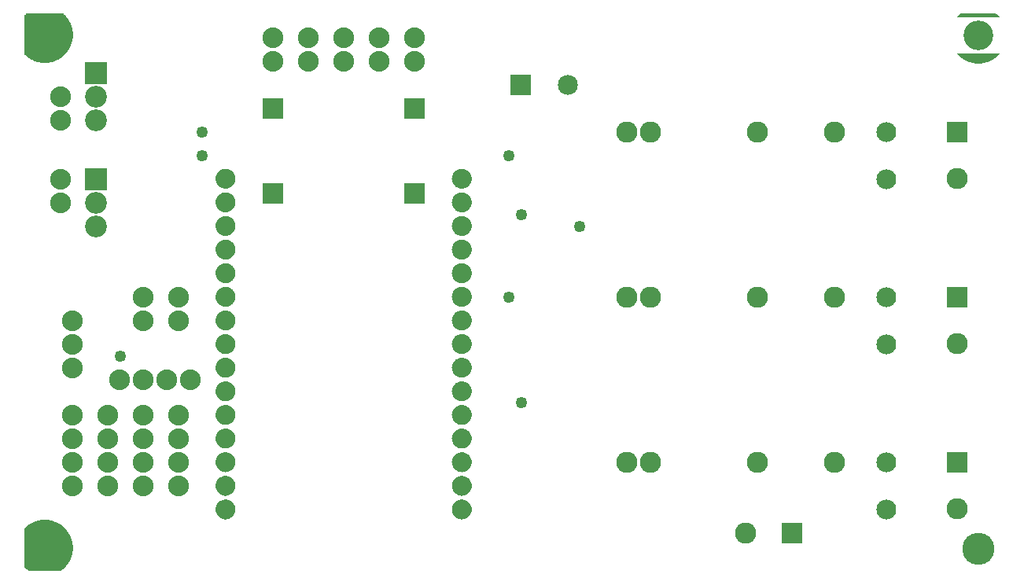
<source format=gbs>
G04 MADE WITH FRITZING*
G04 WWW.FRITZING.ORG*
G04 DOUBLE SIDED*
G04 HOLES PLATED*
G04 CONTOUR ON CENTER OF CONTOUR VECTOR*
%ASAXBY*%
%FSLAX23Y23*%
%MOIN*%
%OFA0B0*%
%SFA1.0B1.0*%
%ADD10C,0.049370*%
%ADD11C,0.084000*%
%ADD12C,0.090000*%
%ADD13C,0.088000*%
%ADD14C,0.125984*%
%ADD15C,0.135984*%
%ADD16C,0.092000*%
%ADD17C,0.085000*%
%ADD18R,0.090000X0.090000*%
%ADD19R,0.087630X0.087806*%
%ADD20R,0.092000X0.092000*%
%ADD21R,0.085000X0.085000*%
%ADD22R,0.001000X0.001000*%
%LNMASK0*%
G90*
G70*
G54D10*
X2054Y1161D03*
X2105Y1510D03*
X2105Y712D03*
X2054Y1761D03*
X2354Y1461D03*
X405Y910D03*
X754Y1761D03*
X754Y1861D03*
G54D11*
X3654Y1661D03*
X3654Y1861D03*
X3654Y961D03*
X3654Y1161D03*
X3654Y261D03*
X3654Y461D03*
G54D12*
X3254Y161D03*
X3057Y161D03*
X3954Y1861D03*
X3954Y1664D03*
X3954Y1161D03*
X3954Y964D03*
X3954Y461D03*
X3954Y264D03*
G54D13*
X504Y1161D03*
X504Y1061D03*
X654Y1161D03*
X654Y1061D03*
X204Y1061D03*
X204Y961D03*
X204Y861D03*
X704Y811D03*
X604Y811D03*
X504Y811D03*
X404Y811D03*
X654Y361D03*
X654Y461D03*
X654Y561D03*
X654Y661D03*
X504Y361D03*
X504Y461D03*
X504Y561D03*
X504Y661D03*
X354Y361D03*
X354Y461D03*
X354Y561D03*
X354Y661D03*
X204Y361D03*
X204Y461D03*
X204Y561D03*
X204Y661D03*
X154Y2011D03*
X154Y1911D03*
X154Y1661D03*
X154Y1561D03*
G54D14*
X4044Y2269D03*
X86Y2271D03*
G54D15*
X4044Y94D03*
G54D14*
X86Y96D03*
G54D13*
X1354Y2261D03*
X1354Y2161D03*
X1204Y2261D03*
X1204Y2161D03*
X1654Y2261D03*
X1654Y2161D03*
X1504Y2261D03*
X1504Y2161D03*
X1054Y2261D03*
X1054Y2161D03*
X1054Y1961D03*
X1054Y1601D03*
X1654Y1601D03*
X1654Y1961D03*
G54D16*
X304Y1661D03*
X304Y1561D03*
X304Y1461D03*
X304Y2111D03*
X304Y2011D03*
X304Y1911D03*
G54D12*
X3432Y1861D03*
X3107Y1861D03*
X2654Y1861D03*
X2554Y1861D03*
X3432Y1161D03*
X3107Y1161D03*
X2654Y1161D03*
X2554Y1161D03*
X3432Y461D03*
X3107Y461D03*
X2654Y461D03*
X2554Y461D03*
G54D17*
X2104Y2061D03*
X2304Y2061D03*
G54D18*
X3254Y161D03*
X3954Y1861D03*
X3954Y1161D03*
X3954Y461D03*
G54D19*
X1654Y1601D03*
X1654Y1961D03*
X1053Y1961D03*
X1054Y1601D03*
G54D20*
X304Y1661D03*
X304Y2111D03*
G54D21*
X2104Y2061D03*
G54D22*
X9Y2362D02*
X163Y2362D01*
X3969Y2362D02*
X4116Y2362D01*
X8Y2361D02*
X164Y2361D01*
X3968Y2361D02*
X4117Y2361D01*
X7Y2360D02*
X165Y2360D01*
X3966Y2360D02*
X4119Y2360D01*
X6Y2359D02*
X166Y2359D01*
X3965Y2359D02*
X4120Y2359D01*
X5Y2358D02*
X167Y2358D01*
X3964Y2358D02*
X4121Y2358D01*
X4Y2357D02*
X168Y2357D01*
X3963Y2357D02*
X4122Y2357D01*
X2Y2356D02*
X169Y2356D01*
X3962Y2356D02*
X4123Y2356D01*
X1Y2355D02*
X170Y2355D01*
X3961Y2355D02*
X4124Y2355D01*
X1Y2354D02*
X171Y2354D01*
X3960Y2354D02*
X4125Y2354D01*
X0Y2353D02*
X172Y2353D01*
X3959Y2353D02*
X4126Y2353D01*
X0Y2352D02*
X173Y2352D01*
X3958Y2352D02*
X4127Y2352D01*
X0Y2351D02*
X174Y2351D01*
X3957Y2351D02*
X4128Y2351D01*
X0Y2350D02*
X175Y2350D01*
X3956Y2350D02*
X4129Y2350D01*
X0Y2349D02*
X176Y2349D01*
X3955Y2349D02*
X4130Y2349D01*
X0Y2348D02*
X176Y2348D01*
X3954Y2348D02*
X4131Y2348D01*
X0Y2347D02*
X177Y2347D01*
X3953Y2347D02*
X4132Y2347D01*
X0Y2346D02*
X178Y2346D01*
X3952Y2346D02*
X4133Y2346D01*
X0Y2345D02*
X179Y2345D01*
X0Y2344D02*
X180Y2344D01*
X0Y2343D02*
X180Y2343D01*
X0Y2342D02*
X181Y2342D01*
X0Y2341D02*
X182Y2341D01*
X0Y2340D02*
X182Y2340D01*
X0Y2339D02*
X183Y2339D01*
X0Y2338D02*
X184Y2338D01*
X0Y2337D02*
X185Y2337D01*
X0Y2336D02*
X185Y2336D01*
X0Y2335D02*
X186Y2335D01*
X0Y2334D02*
X187Y2334D01*
X0Y2333D02*
X187Y2333D01*
X0Y2332D02*
X188Y2332D01*
X0Y2331D02*
X188Y2331D01*
X0Y2330D02*
X189Y2330D01*
X0Y2329D02*
X190Y2329D01*
X0Y2328D02*
X190Y2328D01*
X0Y2327D02*
X191Y2327D01*
X0Y2326D02*
X191Y2326D01*
X0Y2325D02*
X192Y2325D01*
X0Y2324D02*
X192Y2324D01*
X0Y2323D02*
X193Y2323D01*
X0Y2322D02*
X193Y2322D01*
X0Y2321D02*
X194Y2321D01*
X0Y2320D02*
X194Y2320D01*
X0Y2319D02*
X195Y2319D01*
X0Y2318D02*
X195Y2318D01*
X0Y2317D02*
X195Y2317D01*
X0Y2316D02*
X196Y2316D01*
X0Y2315D02*
X196Y2315D01*
X0Y2314D02*
X197Y2314D01*
X0Y2313D02*
X197Y2313D01*
X0Y2312D02*
X197Y2312D01*
X0Y2311D02*
X198Y2311D01*
X0Y2310D02*
X198Y2310D01*
X0Y2309D02*
X198Y2309D01*
X0Y2308D02*
X199Y2308D01*
X0Y2307D02*
X199Y2307D01*
X0Y2306D02*
X199Y2306D01*
X0Y2305D02*
X200Y2305D01*
X0Y2304D02*
X200Y2304D01*
X0Y2303D02*
X200Y2303D01*
X0Y2302D02*
X200Y2302D01*
X0Y2301D02*
X201Y2301D01*
X0Y2300D02*
X201Y2300D01*
X0Y2299D02*
X201Y2299D01*
X0Y2298D02*
X201Y2298D01*
X0Y2297D02*
X202Y2297D01*
X0Y2296D02*
X202Y2296D01*
X0Y2295D02*
X202Y2295D01*
X0Y2294D02*
X202Y2294D01*
X0Y2293D02*
X202Y2293D01*
X0Y2292D02*
X203Y2292D01*
X0Y2291D02*
X203Y2291D01*
X0Y2290D02*
X203Y2290D01*
X0Y2289D02*
X203Y2289D01*
X0Y2288D02*
X203Y2288D01*
X0Y2287D02*
X203Y2287D01*
X0Y2286D02*
X203Y2286D01*
X0Y2285D02*
X204Y2285D01*
X0Y2284D02*
X204Y2284D01*
X0Y2283D02*
X204Y2283D01*
X0Y2282D02*
X204Y2282D01*
X0Y2281D02*
X204Y2281D01*
X0Y2280D02*
X204Y2280D01*
X0Y2279D02*
X204Y2279D01*
X0Y2278D02*
X204Y2278D01*
X0Y2277D02*
X204Y2277D01*
X0Y2276D02*
X204Y2276D01*
X0Y2275D02*
X204Y2275D01*
X0Y2274D02*
X204Y2274D01*
X0Y2273D02*
X204Y2273D01*
X0Y2272D02*
X204Y2272D01*
X0Y2271D02*
X204Y2271D01*
X0Y2270D02*
X204Y2270D01*
X0Y2269D02*
X204Y2269D01*
X0Y2268D02*
X204Y2268D01*
X0Y2267D02*
X204Y2267D01*
X0Y2266D02*
X204Y2266D01*
X0Y2265D02*
X204Y2265D01*
X0Y2264D02*
X204Y2264D01*
X0Y2263D02*
X204Y2263D01*
X0Y2262D02*
X204Y2262D01*
X0Y2261D02*
X204Y2261D01*
X0Y2260D02*
X204Y2260D01*
X0Y2259D02*
X204Y2259D01*
X0Y2258D02*
X204Y2258D01*
X0Y2257D02*
X203Y2257D01*
X0Y2256D02*
X203Y2256D01*
X0Y2255D02*
X203Y2255D01*
X0Y2254D02*
X203Y2254D01*
X0Y2253D02*
X203Y2253D01*
X0Y2252D02*
X203Y2252D01*
X0Y2251D02*
X203Y2251D01*
X0Y2250D02*
X202Y2250D01*
X0Y2249D02*
X202Y2249D01*
X0Y2248D02*
X202Y2248D01*
X0Y2247D02*
X202Y2247D01*
X0Y2246D02*
X202Y2246D01*
X0Y2245D02*
X201Y2245D01*
X0Y2244D02*
X201Y2244D01*
X0Y2243D02*
X201Y2243D01*
X0Y2242D02*
X201Y2242D01*
X0Y2241D02*
X200Y2241D01*
X0Y2240D02*
X200Y2240D01*
X0Y2239D02*
X200Y2239D01*
X0Y2238D02*
X200Y2238D01*
X0Y2237D02*
X199Y2237D01*
X0Y2236D02*
X199Y2236D01*
X0Y2235D02*
X199Y2235D01*
X0Y2234D02*
X198Y2234D01*
X0Y2233D02*
X198Y2233D01*
X0Y2232D02*
X198Y2232D01*
X0Y2231D02*
X197Y2231D01*
X0Y2230D02*
X197Y2230D01*
X0Y2229D02*
X197Y2229D01*
X0Y2228D02*
X196Y2228D01*
X0Y2227D02*
X196Y2227D01*
X0Y2226D02*
X196Y2226D01*
X0Y2225D02*
X195Y2225D01*
X0Y2224D02*
X195Y2224D01*
X0Y2223D02*
X194Y2223D01*
X0Y2222D02*
X194Y2222D01*
X0Y2221D02*
X193Y2221D01*
X0Y2220D02*
X193Y2220D01*
X0Y2219D02*
X192Y2219D01*
X0Y2218D02*
X192Y2218D01*
X0Y2217D02*
X191Y2217D01*
X0Y2216D02*
X191Y2216D01*
X0Y2215D02*
X190Y2215D01*
X0Y2214D02*
X190Y2214D01*
X0Y2213D02*
X189Y2213D01*
X0Y2212D02*
X189Y2212D01*
X0Y2211D02*
X188Y2211D01*
X0Y2210D02*
X187Y2210D01*
X0Y2209D02*
X187Y2209D01*
X0Y2208D02*
X186Y2208D01*
X0Y2207D02*
X185Y2207D01*
X0Y2206D02*
X185Y2206D01*
X0Y2205D02*
X184Y2205D01*
X0Y2204D02*
X183Y2204D01*
X0Y2203D02*
X183Y2203D01*
X0Y2202D02*
X182Y2202D01*
X0Y2201D02*
X181Y2201D01*
X0Y2200D02*
X180Y2200D01*
X0Y2199D02*
X180Y2199D01*
X0Y2198D02*
X179Y2198D01*
X0Y2197D02*
X178Y2197D01*
X0Y2196D02*
X177Y2196D01*
X0Y2195D02*
X177Y2195D01*
X0Y2194D02*
X176Y2194D01*
X0Y2193D02*
X175Y2193D01*
X0Y2192D02*
X174Y2192D01*
X3952Y2192D02*
X4133Y2192D01*
X0Y2191D02*
X173Y2191D01*
X3953Y2191D02*
X4132Y2191D01*
X0Y2190D02*
X172Y2190D01*
X3954Y2190D02*
X4131Y2190D01*
X0Y2189D02*
X171Y2189D01*
X3955Y2189D02*
X4130Y2189D01*
X1Y2188D02*
X170Y2188D01*
X3956Y2188D02*
X4129Y2188D01*
X2Y2187D02*
X169Y2187D01*
X3957Y2187D02*
X4129Y2187D01*
X3Y2186D02*
X168Y2186D01*
X3957Y2186D02*
X4128Y2186D01*
X4Y2185D02*
X167Y2185D01*
X3958Y2185D02*
X4127Y2185D01*
X5Y2184D02*
X166Y2184D01*
X3959Y2184D02*
X4126Y2184D01*
X6Y2183D02*
X165Y2183D01*
X3960Y2183D02*
X4125Y2183D01*
X8Y2182D02*
X164Y2182D01*
X3962Y2182D02*
X4124Y2182D01*
X9Y2181D02*
X163Y2181D01*
X3963Y2181D02*
X4122Y2181D01*
X10Y2180D02*
X162Y2180D01*
X3964Y2180D02*
X4121Y2180D01*
X11Y2179D02*
X160Y2179D01*
X3965Y2179D02*
X4120Y2179D01*
X13Y2178D02*
X159Y2178D01*
X3966Y2178D02*
X4119Y2178D01*
X14Y2177D02*
X158Y2177D01*
X3967Y2177D02*
X4118Y2177D01*
X15Y2176D02*
X156Y2176D01*
X3969Y2176D02*
X4116Y2176D01*
X17Y2175D02*
X155Y2175D01*
X3970Y2175D02*
X4115Y2175D01*
X18Y2174D02*
X154Y2174D01*
X3971Y2174D02*
X4114Y2174D01*
X19Y2173D02*
X152Y2173D01*
X3973Y2173D02*
X4112Y2173D01*
X21Y2172D02*
X151Y2172D01*
X3974Y2172D02*
X4111Y2172D01*
X22Y2171D02*
X149Y2171D01*
X3975Y2171D02*
X4110Y2171D01*
X24Y2170D02*
X148Y2170D01*
X3977Y2170D02*
X4108Y2170D01*
X26Y2169D02*
X146Y2169D01*
X3978Y2169D02*
X4107Y2169D01*
X27Y2168D02*
X144Y2168D01*
X3980Y2168D02*
X4105Y2168D01*
X29Y2167D02*
X143Y2167D01*
X3981Y2167D02*
X4104Y2167D01*
X31Y2166D02*
X141Y2166D01*
X3983Y2166D02*
X4102Y2166D01*
X33Y2165D02*
X139Y2165D01*
X3985Y2165D02*
X4100Y2165D01*
X35Y2164D02*
X137Y2164D01*
X3987Y2164D02*
X4098Y2164D01*
X37Y2163D02*
X135Y2163D01*
X3988Y2163D02*
X4097Y2163D01*
X39Y2162D02*
X133Y2162D01*
X3990Y2162D02*
X4095Y2162D01*
X41Y2161D02*
X130Y2161D01*
X3992Y2161D02*
X4093Y2161D01*
X44Y2160D02*
X128Y2160D01*
X3995Y2160D02*
X4090Y2160D01*
X47Y2159D02*
X125Y2159D01*
X3997Y2159D02*
X4088Y2159D01*
X50Y2158D02*
X122Y2158D01*
X3999Y2158D02*
X4086Y2158D01*
X53Y2157D02*
X118Y2157D01*
X4002Y2157D02*
X4083Y2157D01*
X57Y2156D02*
X115Y2156D01*
X4005Y2156D02*
X4080Y2156D01*
X61Y2155D02*
X110Y2155D01*
X4008Y2155D02*
X4077Y2155D01*
X67Y2154D02*
X105Y2154D01*
X4012Y2154D02*
X4073Y2154D01*
X74Y2153D02*
X98Y2153D01*
X4016Y2153D02*
X4069Y2153D01*
X4021Y2152D02*
X4064Y2152D01*
X4027Y2151D02*
X4058Y2151D01*
X4036Y2150D02*
X4049Y2150D01*
X846Y1703D02*
X858Y1703D01*
X1847Y1703D02*
X1859Y1703D01*
X841Y1702D02*
X862Y1702D01*
X1842Y1702D02*
X1864Y1702D01*
X838Y1701D02*
X866Y1701D01*
X1839Y1701D02*
X1867Y1701D01*
X835Y1700D02*
X868Y1700D01*
X1836Y1700D02*
X1869Y1700D01*
X833Y1699D02*
X870Y1699D01*
X1834Y1699D02*
X1872Y1699D01*
X831Y1698D02*
X872Y1698D01*
X1833Y1698D02*
X1873Y1698D01*
X830Y1697D02*
X874Y1697D01*
X1831Y1697D02*
X1875Y1697D01*
X828Y1696D02*
X875Y1696D01*
X1829Y1696D02*
X1876Y1696D01*
X827Y1695D02*
X877Y1695D01*
X1828Y1695D02*
X1878Y1695D01*
X826Y1694D02*
X878Y1694D01*
X1827Y1694D02*
X1879Y1694D01*
X824Y1693D02*
X879Y1693D01*
X1826Y1693D02*
X1880Y1693D01*
X823Y1692D02*
X880Y1692D01*
X1825Y1692D02*
X1881Y1692D01*
X822Y1691D02*
X881Y1691D01*
X1823Y1691D02*
X1882Y1691D01*
X821Y1690D02*
X882Y1690D01*
X1823Y1690D02*
X1883Y1690D01*
X820Y1689D02*
X883Y1689D01*
X1822Y1689D02*
X1884Y1689D01*
X820Y1688D02*
X884Y1688D01*
X1821Y1688D02*
X1885Y1688D01*
X819Y1687D02*
X885Y1687D01*
X1820Y1687D02*
X1886Y1687D01*
X818Y1686D02*
X885Y1686D01*
X1819Y1686D02*
X1887Y1686D01*
X817Y1685D02*
X886Y1685D01*
X1819Y1685D02*
X1887Y1685D01*
X817Y1684D02*
X887Y1684D01*
X1818Y1684D02*
X1888Y1684D01*
X816Y1683D02*
X887Y1683D01*
X1817Y1683D02*
X1889Y1683D01*
X816Y1682D02*
X888Y1682D01*
X1817Y1682D02*
X1889Y1682D01*
X815Y1681D02*
X888Y1681D01*
X1816Y1681D02*
X1890Y1681D01*
X815Y1680D02*
X889Y1680D01*
X1816Y1680D02*
X1890Y1680D01*
X814Y1679D02*
X889Y1679D01*
X1815Y1679D02*
X1891Y1679D01*
X814Y1678D02*
X890Y1678D01*
X1815Y1678D02*
X1891Y1678D01*
X813Y1677D02*
X890Y1677D01*
X1814Y1677D02*
X1892Y1677D01*
X813Y1676D02*
X891Y1676D01*
X1814Y1676D02*
X1892Y1676D01*
X812Y1675D02*
X891Y1675D01*
X1814Y1675D02*
X1892Y1675D01*
X812Y1674D02*
X891Y1674D01*
X1813Y1674D02*
X1893Y1674D01*
X812Y1673D02*
X892Y1673D01*
X1813Y1673D02*
X1893Y1673D01*
X812Y1672D02*
X892Y1672D01*
X1813Y1672D02*
X1893Y1672D01*
X811Y1671D02*
X892Y1671D01*
X1813Y1671D02*
X1893Y1671D01*
X811Y1670D02*
X892Y1670D01*
X1812Y1670D02*
X1894Y1670D01*
X811Y1669D02*
X893Y1669D01*
X1812Y1669D02*
X1894Y1669D01*
X811Y1668D02*
X893Y1668D01*
X1812Y1668D02*
X1894Y1668D01*
X811Y1667D02*
X893Y1667D01*
X1812Y1667D02*
X1894Y1667D01*
X810Y1666D02*
X893Y1666D01*
X1812Y1666D02*
X1894Y1666D01*
X810Y1665D02*
X893Y1665D01*
X1812Y1665D02*
X1894Y1665D01*
X810Y1664D02*
X893Y1664D01*
X1812Y1664D02*
X1894Y1664D01*
X810Y1663D02*
X893Y1663D01*
X1812Y1663D02*
X1894Y1663D01*
X810Y1662D02*
X893Y1662D01*
X1811Y1662D02*
X1894Y1662D01*
X810Y1661D02*
X893Y1661D01*
X1811Y1661D02*
X1894Y1661D01*
X810Y1660D02*
X893Y1660D01*
X1812Y1660D02*
X1894Y1660D01*
X810Y1659D02*
X893Y1659D01*
X1812Y1659D02*
X1894Y1659D01*
X810Y1658D02*
X893Y1658D01*
X1812Y1658D02*
X1894Y1658D01*
X810Y1657D02*
X893Y1657D01*
X1812Y1657D02*
X1894Y1657D01*
X811Y1656D02*
X893Y1656D01*
X1812Y1656D02*
X1894Y1656D01*
X811Y1655D02*
X893Y1655D01*
X1812Y1655D02*
X1894Y1655D01*
X811Y1654D02*
X893Y1654D01*
X1812Y1654D02*
X1894Y1654D01*
X811Y1653D02*
X892Y1653D01*
X1812Y1653D02*
X1894Y1653D01*
X811Y1652D02*
X892Y1652D01*
X1813Y1652D02*
X1893Y1652D01*
X812Y1651D02*
X892Y1651D01*
X1813Y1651D02*
X1893Y1651D01*
X812Y1650D02*
X892Y1650D01*
X1813Y1650D02*
X1893Y1650D01*
X812Y1649D02*
X891Y1649D01*
X1813Y1649D02*
X1893Y1649D01*
X813Y1648D02*
X891Y1648D01*
X1814Y1648D02*
X1892Y1648D01*
X813Y1647D02*
X891Y1647D01*
X1814Y1647D02*
X1892Y1647D01*
X813Y1646D02*
X890Y1646D01*
X1814Y1646D02*
X1892Y1646D01*
X814Y1645D02*
X890Y1645D01*
X1815Y1645D02*
X1891Y1645D01*
X814Y1644D02*
X889Y1644D01*
X1815Y1644D02*
X1891Y1644D01*
X815Y1643D02*
X889Y1643D01*
X1816Y1643D02*
X1890Y1643D01*
X815Y1642D02*
X888Y1642D01*
X1816Y1642D02*
X1890Y1642D01*
X816Y1641D02*
X888Y1641D01*
X1817Y1641D02*
X1889Y1641D01*
X816Y1640D02*
X887Y1640D01*
X1817Y1640D02*
X1888Y1640D01*
X817Y1639D02*
X887Y1639D01*
X1818Y1639D02*
X1888Y1639D01*
X818Y1638D02*
X886Y1638D01*
X1819Y1638D02*
X1887Y1638D01*
X818Y1637D02*
X885Y1637D01*
X1819Y1637D02*
X1886Y1637D01*
X819Y1636D02*
X885Y1636D01*
X1820Y1636D02*
X1886Y1636D01*
X820Y1635D02*
X884Y1635D01*
X1821Y1635D02*
X1885Y1635D01*
X821Y1634D02*
X883Y1634D01*
X1822Y1634D02*
X1884Y1634D01*
X821Y1633D02*
X882Y1633D01*
X1823Y1633D02*
X1883Y1633D01*
X822Y1632D02*
X881Y1632D01*
X1824Y1632D02*
X1882Y1632D01*
X823Y1631D02*
X880Y1631D01*
X1825Y1631D02*
X1881Y1631D01*
X825Y1630D02*
X879Y1630D01*
X1826Y1630D02*
X1880Y1630D01*
X826Y1629D02*
X878Y1629D01*
X1827Y1629D02*
X1879Y1629D01*
X827Y1628D02*
X876Y1628D01*
X1828Y1628D02*
X1878Y1628D01*
X828Y1627D02*
X875Y1627D01*
X1830Y1627D02*
X1876Y1627D01*
X830Y1626D02*
X873Y1626D01*
X1831Y1626D02*
X1875Y1626D01*
X832Y1625D02*
X872Y1625D01*
X1833Y1625D02*
X1873Y1625D01*
X833Y1624D02*
X870Y1624D01*
X1835Y1624D02*
X1871Y1624D01*
X836Y1623D02*
X868Y1623D01*
X1837Y1623D02*
X1869Y1623D01*
X838Y1622D02*
X865Y1622D01*
X1839Y1622D02*
X1867Y1622D01*
X842Y1621D02*
X862Y1621D01*
X1843Y1621D02*
X1863Y1621D01*
X847Y1620D02*
X857Y1620D01*
X1848Y1620D02*
X1858Y1620D01*
X847Y1603D02*
X857Y1603D01*
X1848Y1603D02*
X1858Y1603D01*
X842Y1602D02*
X862Y1602D01*
X1843Y1602D02*
X1863Y1602D01*
X838Y1601D02*
X865Y1601D01*
X1839Y1601D02*
X1867Y1601D01*
X836Y1600D02*
X868Y1600D01*
X1837Y1600D02*
X1869Y1600D01*
X833Y1599D02*
X870Y1599D01*
X1835Y1599D02*
X1871Y1599D01*
X832Y1598D02*
X872Y1598D01*
X1833Y1598D02*
X1873Y1598D01*
X830Y1597D02*
X873Y1597D01*
X1831Y1597D02*
X1875Y1597D01*
X828Y1596D02*
X875Y1596D01*
X1830Y1596D02*
X1876Y1596D01*
X827Y1595D02*
X876Y1595D01*
X1828Y1595D02*
X1878Y1595D01*
X826Y1594D02*
X878Y1594D01*
X1827Y1594D02*
X1879Y1594D01*
X825Y1593D02*
X879Y1593D01*
X1826Y1593D02*
X1880Y1593D01*
X823Y1592D02*
X880Y1592D01*
X1825Y1592D02*
X1881Y1592D01*
X822Y1591D02*
X881Y1591D01*
X1824Y1591D02*
X1882Y1591D01*
X821Y1590D02*
X882Y1590D01*
X1823Y1590D02*
X1883Y1590D01*
X821Y1589D02*
X883Y1589D01*
X1822Y1589D02*
X1884Y1589D01*
X820Y1588D02*
X884Y1588D01*
X1821Y1588D02*
X1885Y1588D01*
X819Y1587D02*
X885Y1587D01*
X1820Y1587D02*
X1886Y1587D01*
X818Y1586D02*
X885Y1586D01*
X1819Y1586D02*
X1886Y1586D01*
X818Y1585D02*
X886Y1585D01*
X1819Y1585D02*
X1887Y1585D01*
X817Y1584D02*
X887Y1584D01*
X1818Y1584D02*
X1888Y1584D01*
X816Y1583D02*
X887Y1583D01*
X1817Y1583D02*
X1888Y1583D01*
X816Y1582D02*
X888Y1582D01*
X1817Y1582D02*
X1889Y1582D01*
X815Y1581D02*
X888Y1581D01*
X1816Y1581D02*
X1890Y1581D01*
X815Y1580D02*
X889Y1580D01*
X1816Y1580D02*
X1890Y1580D01*
X814Y1579D02*
X889Y1579D01*
X1815Y1579D02*
X1891Y1579D01*
X814Y1578D02*
X890Y1578D01*
X1815Y1578D02*
X1891Y1578D01*
X813Y1577D02*
X890Y1577D01*
X1814Y1577D02*
X1892Y1577D01*
X813Y1576D02*
X891Y1576D01*
X1814Y1576D02*
X1892Y1576D01*
X812Y1575D02*
X891Y1575D01*
X1814Y1575D02*
X1892Y1575D01*
X812Y1574D02*
X891Y1574D01*
X1813Y1574D02*
X1893Y1574D01*
X812Y1573D02*
X892Y1573D01*
X1813Y1573D02*
X1893Y1573D01*
X812Y1572D02*
X892Y1572D01*
X1813Y1572D02*
X1893Y1572D01*
X811Y1571D02*
X892Y1571D01*
X1813Y1571D02*
X1893Y1571D01*
X811Y1570D02*
X892Y1570D01*
X1812Y1570D02*
X1894Y1570D01*
X811Y1569D02*
X893Y1569D01*
X1812Y1569D02*
X1894Y1569D01*
X811Y1568D02*
X893Y1568D01*
X1812Y1568D02*
X1894Y1568D01*
X811Y1567D02*
X893Y1567D01*
X1812Y1567D02*
X1894Y1567D01*
X810Y1566D02*
X893Y1566D01*
X1812Y1566D02*
X1894Y1566D01*
X810Y1565D02*
X893Y1565D01*
X1812Y1565D02*
X1894Y1565D01*
X810Y1564D02*
X893Y1564D01*
X1812Y1564D02*
X1894Y1564D01*
X810Y1563D02*
X893Y1563D01*
X1812Y1563D02*
X1894Y1563D01*
X810Y1562D02*
X893Y1562D01*
X1811Y1562D02*
X1894Y1562D01*
X810Y1561D02*
X893Y1561D01*
X1811Y1561D02*
X1894Y1561D01*
X810Y1560D02*
X893Y1560D01*
X1812Y1560D02*
X1894Y1560D01*
X810Y1559D02*
X893Y1559D01*
X1812Y1559D02*
X1894Y1559D01*
X810Y1558D02*
X893Y1558D01*
X1812Y1558D02*
X1894Y1558D01*
X810Y1557D02*
X893Y1557D01*
X1812Y1557D02*
X1894Y1557D01*
X811Y1556D02*
X893Y1556D01*
X1812Y1556D02*
X1894Y1556D01*
X811Y1555D02*
X893Y1555D01*
X1812Y1555D02*
X1894Y1555D01*
X811Y1554D02*
X893Y1554D01*
X1812Y1554D02*
X1894Y1554D01*
X811Y1553D02*
X892Y1553D01*
X1812Y1553D02*
X1894Y1553D01*
X811Y1552D02*
X892Y1552D01*
X1813Y1552D02*
X1893Y1552D01*
X812Y1551D02*
X892Y1551D01*
X1813Y1551D02*
X1893Y1551D01*
X812Y1550D02*
X892Y1550D01*
X1813Y1550D02*
X1893Y1550D01*
X812Y1549D02*
X891Y1549D01*
X1813Y1549D02*
X1893Y1549D01*
X812Y1548D02*
X891Y1548D01*
X1814Y1548D02*
X1892Y1548D01*
X813Y1547D02*
X891Y1547D01*
X1814Y1547D02*
X1892Y1547D01*
X813Y1546D02*
X890Y1546D01*
X1814Y1546D02*
X1892Y1546D01*
X814Y1545D02*
X890Y1545D01*
X1815Y1545D02*
X1891Y1545D01*
X814Y1544D02*
X889Y1544D01*
X1815Y1544D02*
X1891Y1544D01*
X815Y1543D02*
X889Y1543D01*
X1816Y1543D02*
X1890Y1543D01*
X815Y1542D02*
X888Y1542D01*
X1816Y1542D02*
X1890Y1542D01*
X816Y1541D02*
X888Y1541D01*
X1817Y1541D02*
X1889Y1541D01*
X816Y1540D02*
X887Y1540D01*
X1817Y1540D02*
X1889Y1540D01*
X817Y1539D02*
X887Y1539D01*
X1818Y1539D02*
X1888Y1539D01*
X817Y1538D02*
X886Y1538D01*
X1819Y1538D02*
X1887Y1538D01*
X818Y1537D02*
X885Y1537D01*
X1819Y1537D02*
X1887Y1537D01*
X819Y1536D02*
X885Y1536D01*
X1820Y1536D02*
X1886Y1536D01*
X820Y1535D02*
X884Y1535D01*
X1821Y1535D02*
X1885Y1535D01*
X820Y1534D02*
X883Y1534D01*
X1822Y1534D02*
X1884Y1534D01*
X821Y1533D02*
X882Y1533D01*
X1823Y1533D02*
X1883Y1533D01*
X822Y1532D02*
X881Y1532D01*
X1823Y1532D02*
X1882Y1532D01*
X823Y1531D02*
X880Y1531D01*
X1825Y1531D02*
X1881Y1531D01*
X824Y1530D02*
X879Y1530D01*
X1826Y1530D02*
X1880Y1530D01*
X826Y1529D02*
X878Y1529D01*
X1827Y1529D02*
X1879Y1529D01*
X827Y1528D02*
X877Y1528D01*
X1828Y1528D02*
X1878Y1528D01*
X828Y1527D02*
X875Y1527D01*
X1830Y1527D02*
X1876Y1527D01*
X830Y1526D02*
X874Y1526D01*
X1831Y1526D02*
X1875Y1526D01*
X831Y1525D02*
X872Y1525D01*
X1833Y1525D02*
X1873Y1525D01*
X833Y1524D02*
X870Y1524D01*
X1834Y1524D02*
X1871Y1524D01*
X835Y1523D02*
X868Y1523D01*
X1836Y1523D02*
X1869Y1523D01*
X838Y1522D02*
X866Y1522D01*
X1839Y1522D02*
X1867Y1522D01*
X841Y1521D02*
X862Y1521D01*
X1842Y1521D02*
X1864Y1521D01*
X846Y1520D02*
X858Y1520D01*
X1847Y1520D02*
X1859Y1520D01*
X847Y1503D02*
X856Y1503D01*
X1849Y1503D02*
X1857Y1503D01*
X842Y1502D02*
X861Y1502D01*
X1843Y1502D02*
X1863Y1502D01*
X839Y1501D02*
X865Y1501D01*
X1840Y1501D02*
X1866Y1501D01*
X836Y1500D02*
X868Y1500D01*
X1837Y1500D02*
X1869Y1500D01*
X834Y1499D02*
X870Y1499D01*
X1835Y1499D02*
X1871Y1499D01*
X832Y1498D02*
X872Y1498D01*
X1833Y1498D02*
X1873Y1498D01*
X830Y1497D02*
X873Y1497D01*
X1831Y1497D02*
X1874Y1497D01*
X829Y1496D02*
X875Y1496D01*
X1830Y1496D02*
X1876Y1496D01*
X827Y1495D02*
X876Y1495D01*
X1829Y1495D02*
X1877Y1495D01*
X826Y1494D02*
X878Y1494D01*
X1827Y1494D02*
X1879Y1494D01*
X825Y1493D02*
X879Y1493D01*
X1826Y1493D02*
X1880Y1493D01*
X824Y1492D02*
X880Y1492D01*
X1825Y1492D02*
X1881Y1492D01*
X823Y1491D02*
X881Y1491D01*
X1824Y1491D02*
X1882Y1491D01*
X822Y1490D02*
X882Y1490D01*
X1823Y1490D02*
X1883Y1490D01*
X821Y1489D02*
X883Y1489D01*
X1822Y1489D02*
X1884Y1489D01*
X820Y1488D02*
X884Y1488D01*
X1821Y1488D02*
X1885Y1488D01*
X819Y1487D02*
X884Y1487D01*
X1820Y1487D02*
X1886Y1487D01*
X818Y1486D02*
X885Y1486D01*
X1820Y1486D02*
X1886Y1486D01*
X818Y1485D02*
X886Y1485D01*
X1819Y1485D02*
X1887Y1485D01*
X817Y1484D02*
X887Y1484D01*
X1818Y1484D02*
X1888Y1484D01*
X816Y1483D02*
X887Y1483D01*
X1818Y1483D02*
X1888Y1483D01*
X816Y1482D02*
X888Y1482D01*
X1817Y1482D02*
X1889Y1482D01*
X815Y1481D02*
X888Y1481D01*
X1816Y1481D02*
X1890Y1481D01*
X815Y1480D02*
X889Y1480D01*
X1816Y1480D02*
X1890Y1480D01*
X814Y1479D02*
X889Y1479D01*
X1815Y1479D02*
X1891Y1479D01*
X814Y1478D02*
X890Y1478D01*
X1815Y1478D02*
X1891Y1478D01*
X813Y1477D02*
X890Y1477D01*
X1815Y1477D02*
X1891Y1477D01*
X813Y1476D02*
X891Y1476D01*
X1814Y1476D02*
X1892Y1476D01*
X813Y1475D02*
X891Y1475D01*
X1814Y1475D02*
X1892Y1475D01*
X812Y1474D02*
X891Y1474D01*
X1813Y1474D02*
X1893Y1474D01*
X812Y1473D02*
X892Y1473D01*
X1813Y1473D02*
X1893Y1473D01*
X812Y1472D02*
X892Y1472D01*
X1813Y1472D02*
X1893Y1472D01*
X811Y1471D02*
X892Y1471D01*
X1813Y1471D02*
X1893Y1471D01*
X811Y1470D02*
X892Y1470D01*
X1812Y1470D02*
X1894Y1470D01*
X811Y1469D02*
X892Y1469D01*
X1812Y1469D02*
X1894Y1469D01*
X811Y1468D02*
X893Y1468D01*
X1812Y1468D02*
X1894Y1468D01*
X811Y1467D02*
X893Y1467D01*
X1812Y1467D02*
X1894Y1467D01*
X811Y1466D02*
X893Y1466D01*
X1812Y1466D02*
X1894Y1466D01*
X810Y1465D02*
X893Y1465D01*
X1812Y1465D02*
X1894Y1465D01*
X810Y1464D02*
X893Y1464D01*
X1812Y1464D02*
X1894Y1464D01*
X810Y1463D02*
X893Y1463D01*
X1812Y1463D02*
X1894Y1463D01*
X810Y1462D02*
X893Y1462D01*
X1811Y1462D02*
X1894Y1462D01*
X810Y1461D02*
X893Y1461D01*
X1811Y1461D02*
X1894Y1461D01*
X810Y1460D02*
X893Y1460D01*
X1812Y1460D02*
X1894Y1460D01*
X810Y1459D02*
X893Y1459D01*
X1812Y1459D02*
X1894Y1459D01*
X810Y1458D02*
X893Y1458D01*
X1812Y1458D02*
X1894Y1458D01*
X810Y1457D02*
X893Y1457D01*
X1812Y1457D02*
X1894Y1457D01*
X811Y1456D02*
X893Y1456D01*
X1812Y1456D02*
X1894Y1456D01*
X811Y1455D02*
X893Y1455D01*
X1812Y1455D02*
X1894Y1455D01*
X811Y1454D02*
X893Y1454D01*
X1812Y1454D02*
X1894Y1454D01*
X811Y1453D02*
X892Y1453D01*
X1812Y1453D02*
X1894Y1453D01*
X811Y1452D02*
X892Y1452D01*
X1813Y1452D02*
X1893Y1452D01*
X812Y1451D02*
X892Y1451D01*
X1813Y1451D02*
X1893Y1451D01*
X812Y1450D02*
X892Y1450D01*
X1813Y1450D02*
X1893Y1450D01*
X812Y1449D02*
X891Y1449D01*
X1813Y1449D02*
X1893Y1449D01*
X812Y1448D02*
X891Y1448D01*
X1814Y1448D02*
X1892Y1448D01*
X813Y1447D02*
X891Y1447D01*
X1814Y1447D02*
X1892Y1447D01*
X813Y1446D02*
X890Y1446D01*
X1814Y1446D02*
X1892Y1446D01*
X813Y1445D02*
X890Y1445D01*
X1815Y1445D02*
X1891Y1445D01*
X814Y1444D02*
X890Y1444D01*
X1815Y1444D02*
X1891Y1444D01*
X814Y1443D02*
X889Y1443D01*
X1816Y1443D02*
X1890Y1443D01*
X815Y1442D02*
X889Y1442D01*
X1816Y1442D02*
X1890Y1442D01*
X815Y1441D02*
X888Y1441D01*
X1817Y1441D02*
X1889Y1441D01*
X816Y1440D02*
X887Y1440D01*
X1817Y1440D02*
X1889Y1440D01*
X817Y1439D02*
X887Y1439D01*
X1818Y1439D02*
X1888Y1439D01*
X817Y1438D02*
X886Y1438D01*
X1819Y1438D02*
X1887Y1438D01*
X818Y1437D02*
X885Y1437D01*
X1819Y1437D02*
X1887Y1437D01*
X819Y1436D02*
X885Y1436D01*
X1820Y1436D02*
X1886Y1436D01*
X820Y1435D02*
X884Y1435D01*
X1821Y1435D02*
X1885Y1435D01*
X820Y1434D02*
X883Y1434D01*
X1822Y1434D02*
X1884Y1434D01*
X821Y1433D02*
X882Y1433D01*
X1822Y1433D02*
X1883Y1433D01*
X822Y1432D02*
X881Y1432D01*
X1823Y1432D02*
X1883Y1432D01*
X823Y1431D02*
X880Y1431D01*
X1824Y1431D02*
X1882Y1431D01*
X824Y1430D02*
X879Y1430D01*
X1825Y1430D02*
X1880Y1430D01*
X825Y1429D02*
X878Y1429D01*
X1827Y1429D02*
X1879Y1429D01*
X827Y1428D02*
X877Y1428D01*
X1828Y1428D02*
X1878Y1428D01*
X828Y1427D02*
X875Y1427D01*
X1829Y1427D02*
X1877Y1427D01*
X830Y1426D02*
X874Y1426D01*
X1831Y1426D02*
X1875Y1426D01*
X831Y1425D02*
X872Y1425D01*
X1832Y1425D02*
X1874Y1425D01*
X833Y1424D02*
X871Y1424D01*
X1834Y1424D02*
X1872Y1424D01*
X835Y1423D02*
X869Y1423D01*
X1836Y1423D02*
X1870Y1423D01*
X837Y1422D02*
X866Y1422D01*
X1839Y1422D02*
X1867Y1422D01*
X841Y1421D02*
X863Y1421D01*
X1842Y1421D02*
X1864Y1421D01*
X845Y1420D02*
X859Y1420D01*
X1846Y1420D02*
X1860Y1420D01*
X849Y1403D02*
X855Y1403D01*
X1850Y1403D02*
X1856Y1403D01*
X843Y1402D02*
X861Y1402D01*
X1844Y1402D02*
X1862Y1402D01*
X839Y1401D02*
X865Y1401D01*
X1840Y1401D02*
X1866Y1401D01*
X836Y1400D02*
X867Y1400D01*
X1837Y1400D02*
X1869Y1400D01*
X834Y1399D02*
X869Y1399D01*
X1835Y1399D02*
X1871Y1399D01*
X832Y1398D02*
X871Y1398D01*
X1833Y1398D02*
X1873Y1398D01*
X830Y1397D02*
X873Y1397D01*
X1832Y1397D02*
X1874Y1397D01*
X829Y1396D02*
X875Y1396D01*
X1830Y1396D02*
X1876Y1396D01*
X827Y1395D02*
X876Y1395D01*
X1829Y1395D02*
X1877Y1395D01*
X826Y1394D02*
X877Y1394D01*
X1827Y1394D02*
X1879Y1394D01*
X825Y1393D02*
X879Y1393D01*
X1826Y1393D02*
X1880Y1393D01*
X824Y1392D02*
X880Y1392D01*
X1825Y1392D02*
X1881Y1392D01*
X823Y1391D02*
X881Y1391D01*
X1824Y1391D02*
X1882Y1391D01*
X822Y1390D02*
X882Y1390D01*
X1823Y1390D02*
X1883Y1390D01*
X821Y1389D02*
X883Y1389D01*
X1822Y1389D02*
X1884Y1389D01*
X820Y1388D02*
X884Y1388D01*
X1821Y1388D02*
X1885Y1388D01*
X819Y1387D02*
X884Y1387D01*
X1820Y1387D02*
X1886Y1387D01*
X818Y1386D02*
X885Y1386D01*
X1820Y1386D02*
X1886Y1386D01*
X818Y1385D02*
X886Y1385D01*
X1819Y1385D02*
X1887Y1385D01*
X817Y1384D02*
X886Y1384D01*
X1818Y1384D02*
X1888Y1384D01*
X816Y1383D02*
X887Y1383D01*
X1818Y1383D02*
X1888Y1383D01*
X816Y1382D02*
X888Y1382D01*
X1817Y1382D02*
X1889Y1382D01*
X815Y1381D02*
X888Y1381D01*
X1816Y1381D02*
X1889Y1381D01*
X815Y1380D02*
X889Y1380D01*
X1816Y1380D02*
X1890Y1380D01*
X814Y1379D02*
X889Y1379D01*
X1815Y1379D02*
X1890Y1379D01*
X814Y1378D02*
X890Y1378D01*
X1815Y1378D02*
X1891Y1378D01*
X813Y1377D02*
X890Y1377D01*
X1815Y1377D02*
X1891Y1377D01*
X813Y1376D02*
X891Y1376D01*
X1814Y1376D02*
X1892Y1376D01*
X813Y1375D02*
X891Y1375D01*
X1814Y1375D02*
X1892Y1375D01*
X812Y1374D02*
X891Y1374D01*
X1813Y1374D02*
X1892Y1374D01*
X812Y1373D02*
X892Y1373D01*
X1813Y1373D02*
X1893Y1373D01*
X812Y1372D02*
X892Y1372D01*
X1813Y1372D02*
X1893Y1372D01*
X811Y1371D02*
X892Y1371D01*
X1813Y1371D02*
X1893Y1371D01*
X811Y1370D02*
X892Y1370D01*
X1812Y1370D02*
X1894Y1370D01*
X811Y1369D02*
X892Y1369D01*
X1812Y1369D02*
X1894Y1369D01*
X811Y1368D02*
X893Y1368D01*
X1812Y1368D02*
X1894Y1368D01*
X811Y1367D02*
X893Y1367D01*
X1812Y1367D02*
X1894Y1367D01*
X811Y1366D02*
X893Y1366D01*
X1812Y1366D02*
X1894Y1366D01*
X810Y1365D02*
X893Y1365D01*
X1812Y1365D02*
X1894Y1365D01*
X810Y1364D02*
X893Y1364D01*
X1812Y1364D02*
X1894Y1364D01*
X810Y1363D02*
X893Y1363D01*
X1812Y1363D02*
X1894Y1363D01*
X810Y1362D02*
X893Y1362D01*
X1811Y1362D02*
X1894Y1362D01*
X810Y1361D02*
X893Y1361D01*
X1811Y1361D02*
X1895Y1361D01*
X810Y1360D02*
X893Y1360D01*
X1812Y1360D02*
X1894Y1360D01*
X810Y1359D02*
X893Y1359D01*
X1812Y1359D02*
X1894Y1359D01*
X810Y1358D02*
X893Y1358D01*
X1812Y1358D02*
X1894Y1358D01*
X810Y1357D02*
X893Y1357D01*
X1812Y1357D02*
X1894Y1357D01*
X811Y1356D02*
X893Y1356D01*
X1812Y1356D02*
X1894Y1356D01*
X811Y1355D02*
X893Y1355D01*
X1812Y1355D02*
X1894Y1355D01*
X811Y1354D02*
X893Y1354D01*
X1812Y1354D02*
X1894Y1354D01*
X811Y1353D02*
X892Y1353D01*
X1812Y1353D02*
X1894Y1353D01*
X811Y1352D02*
X892Y1352D01*
X1813Y1352D02*
X1893Y1352D01*
X812Y1351D02*
X892Y1351D01*
X1813Y1351D02*
X1893Y1351D01*
X812Y1350D02*
X892Y1350D01*
X1813Y1350D02*
X1893Y1350D01*
X812Y1349D02*
X891Y1349D01*
X1813Y1349D02*
X1893Y1349D01*
X812Y1348D02*
X891Y1348D01*
X1814Y1348D02*
X1892Y1348D01*
X813Y1347D02*
X891Y1347D01*
X1814Y1347D02*
X1892Y1347D01*
X813Y1346D02*
X890Y1346D01*
X1814Y1346D02*
X1892Y1346D01*
X813Y1345D02*
X890Y1345D01*
X1815Y1345D02*
X1891Y1345D01*
X814Y1344D02*
X890Y1344D01*
X1815Y1344D02*
X1891Y1344D01*
X814Y1343D02*
X889Y1343D01*
X1816Y1343D02*
X1890Y1343D01*
X815Y1342D02*
X889Y1342D01*
X1816Y1342D02*
X1890Y1342D01*
X815Y1341D02*
X888Y1341D01*
X1817Y1341D02*
X1889Y1341D01*
X816Y1340D02*
X887Y1340D01*
X1817Y1340D02*
X1889Y1340D01*
X817Y1339D02*
X887Y1339D01*
X1818Y1339D02*
X1888Y1339D01*
X817Y1338D02*
X886Y1338D01*
X1818Y1338D02*
X1887Y1338D01*
X818Y1337D02*
X886Y1337D01*
X1819Y1337D02*
X1887Y1337D01*
X819Y1336D02*
X885Y1336D01*
X1820Y1336D02*
X1886Y1336D01*
X819Y1335D02*
X884Y1335D01*
X1821Y1335D02*
X1885Y1335D01*
X820Y1334D02*
X883Y1334D01*
X1821Y1334D02*
X1885Y1334D01*
X821Y1333D02*
X882Y1333D01*
X1822Y1333D02*
X1884Y1333D01*
X822Y1332D02*
X881Y1332D01*
X1823Y1332D02*
X1883Y1332D01*
X823Y1331D02*
X880Y1331D01*
X1824Y1331D02*
X1882Y1331D01*
X824Y1330D02*
X879Y1330D01*
X1825Y1330D02*
X1881Y1330D01*
X825Y1329D02*
X878Y1329D01*
X1826Y1329D02*
X1879Y1329D01*
X827Y1328D02*
X877Y1328D01*
X1828Y1328D02*
X1878Y1328D01*
X828Y1327D02*
X876Y1327D01*
X1829Y1327D02*
X1877Y1327D01*
X829Y1326D02*
X874Y1326D01*
X1831Y1326D02*
X1875Y1326D01*
X831Y1325D02*
X873Y1325D01*
X1832Y1325D02*
X1874Y1325D01*
X833Y1324D02*
X871Y1324D01*
X1834Y1324D02*
X1872Y1324D01*
X835Y1323D02*
X869Y1323D01*
X1836Y1323D02*
X1870Y1323D01*
X837Y1322D02*
X866Y1322D01*
X1838Y1322D02*
X1868Y1322D01*
X840Y1321D02*
X864Y1321D01*
X1841Y1321D02*
X1865Y1321D01*
X844Y1320D02*
X859Y1320D01*
X1845Y1320D02*
X1861Y1320D01*
X851Y1303D02*
X853Y1303D01*
X1852Y1303D02*
X1854Y1303D01*
X843Y1302D02*
X860Y1302D01*
X1844Y1302D02*
X1862Y1302D01*
X839Y1301D02*
X864Y1301D01*
X1841Y1301D02*
X1865Y1301D01*
X837Y1300D02*
X867Y1300D01*
X1838Y1300D02*
X1868Y1300D01*
X834Y1299D02*
X869Y1299D01*
X1836Y1299D02*
X1870Y1299D01*
X832Y1298D02*
X871Y1298D01*
X1834Y1298D02*
X1872Y1298D01*
X831Y1297D02*
X873Y1297D01*
X1832Y1297D02*
X1874Y1297D01*
X829Y1296D02*
X874Y1296D01*
X1830Y1296D02*
X1876Y1296D01*
X828Y1295D02*
X876Y1295D01*
X1829Y1295D02*
X1877Y1295D01*
X826Y1294D02*
X877Y1294D01*
X1828Y1294D02*
X1878Y1294D01*
X825Y1293D02*
X878Y1293D01*
X1826Y1293D02*
X1880Y1293D01*
X824Y1292D02*
X880Y1292D01*
X1825Y1292D02*
X1881Y1292D01*
X823Y1291D02*
X881Y1291D01*
X1824Y1291D02*
X1882Y1291D01*
X822Y1290D02*
X882Y1290D01*
X1823Y1290D02*
X1883Y1290D01*
X821Y1289D02*
X883Y1289D01*
X1822Y1289D02*
X1884Y1289D01*
X820Y1288D02*
X883Y1288D01*
X1821Y1288D02*
X1885Y1288D01*
X819Y1287D02*
X884Y1287D01*
X1821Y1287D02*
X1885Y1287D01*
X819Y1286D02*
X885Y1286D01*
X1820Y1286D02*
X1886Y1286D01*
X818Y1285D02*
X886Y1285D01*
X1819Y1285D02*
X1887Y1285D01*
X817Y1284D02*
X886Y1284D01*
X1818Y1284D02*
X1888Y1284D01*
X817Y1283D02*
X887Y1283D01*
X1818Y1283D02*
X1888Y1283D01*
X816Y1282D02*
X888Y1282D01*
X1817Y1282D02*
X1889Y1282D01*
X815Y1281D02*
X888Y1281D01*
X1817Y1281D02*
X1889Y1281D01*
X815Y1280D02*
X889Y1280D01*
X1816Y1280D02*
X1890Y1280D01*
X814Y1279D02*
X889Y1279D01*
X1816Y1279D02*
X1890Y1279D01*
X814Y1278D02*
X890Y1278D01*
X1815Y1278D02*
X1891Y1278D01*
X813Y1277D02*
X890Y1277D01*
X1815Y1277D02*
X1891Y1277D01*
X813Y1276D02*
X890Y1276D01*
X1814Y1276D02*
X1892Y1276D01*
X813Y1275D02*
X891Y1275D01*
X1814Y1275D02*
X1892Y1275D01*
X812Y1274D02*
X891Y1274D01*
X1814Y1274D02*
X1892Y1274D01*
X812Y1273D02*
X891Y1273D01*
X1813Y1273D02*
X1893Y1273D01*
X812Y1272D02*
X892Y1272D01*
X1813Y1272D02*
X1893Y1272D01*
X811Y1271D02*
X892Y1271D01*
X1813Y1271D02*
X1893Y1271D01*
X811Y1270D02*
X892Y1270D01*
X1812Y1270D02*
X1893Y1270D01*
X811Y1269D02*
X892Y1269D01*
X1812Y1269D02*
X1894Y1269D01*
X811Y1268D02*
X893Y1268D01*
X1812Y1268D02*
X1894Y1268D01*
X811Y1267D02*
X893Y1267D01*
X1812Y1267D02*
X1894Y1267D01*
X811Y1266D02*
X893Y1266D01*
X1812Y1266D02*
X1894Y1266D01*
X810Y1265D02*
X893Y1265D01*
X1812Y1265D02*
X1894Y1265D01*
X810Y1264D02*
X893Y1264D01*
X1812Y1264D02*
X1894Y1264D01*
X810Y1263D02*
X893Y1263D01*
X1812Y1263D02*
X1894Y1263D01*
X810Y1262D02*
X893Y1262D01*
X1811Y1262D02*
X1894Y1262D01*
X810Y1261D02*
X893Y1261D01*
X1811Y1261D02*
X1895Y1261D01*
X810Y1260D02*
X893Y1260D01*
X1811Y1260D02*
X1894Y1260D01*
X810Y1259D02*
X893Y1259D01*
X1812Y1259D02*
X1894Y1259D01*
X810Y1258D02*
X893Y1258D01*
X1812Y1258D02*
X1894Y1258D01*
X810Y1257D02*
X893Y1257D01*
X1812Y1257D02*
X1894Y1257D01*
X811Y1256D02*
X893Y1256D01*
X1812Y1256D02*
X1894Y1256D01*
X811Y1255D02*
X893Y1255D01*
X1812Y1255D02*
X1894Y1255D01*
X811Y1254D02*
X893Y1254D01*
X1812Y1254D02*
X1894Y1254D01*
X811Y1253D02*
X892Y1253D01*
X1812Y1253D02*
X1894Y1253D01*
X811Y1252D02*
X892Y1252D01*
X1812Y1252D02*
X1893Y1252D01*
X812Y1251D02*
X892Y1251D01*
X1813Y1251D02*
X1893Y1251D01*
X812Y1250D02*
X892Y1250D01*
X1813Y1250D02*
X1893Y1250D01*
X812Y1249D02*
X891Y1249D01*
X1813Y1249D02*
X1893Y1249D01*
X812Y1248D02*
X891Y1248D01*
X1814Y1248D02*
X1892Y1248D01*
X813Y1247D02*
X891Y1247D01*
X1814Y1247D02*
X1892Y1247D01*
X813Y1246D02*
X890Y1246D01*
X1814Y1246D02*
X1892Y1246D01*
X813Y1245D02*
X890Y1245D01*
X1815Y1245D02*
X1891Y1245D01*
X814Y1244D02*
X890Y1244D01*
X1815Y1244D02*
X1891Y1244D01*
X814Y1243D02*
X889Y1243D01*
X1816Y1243D02*
X1890Y1243D01*
X815Y1242D02*
X889Y1242D01*
X1816Y1242D02*
X1890Y1242D01*
X815Y1241D02*
X888Y1241D01*
X1817Y1241D02*
X1889Y1241D01*
X816Y1240D02*
X888Y1240D01*
X1817Y1240D02*
X1889Y1240D01*
X817Y1239D02*
X887Y1239D01*
X1818Y1239D02*
X1888Y1239D01*
X817Y1238D02*
X886Y1238D01*
X1818Y1238D02*
X1888Y1238D01*
X818Y1237D02*
X886Y1237D01*
X1819Y1237D02*
X1887Y1237D01*
X819Y1236D02*
X885Y1236D01*
X1820Y1236D02*
X1886Y1236D01*
X819Y1235D02*
X884Y1235D01*
X1821Y1235D02*
X1885Y1235D01*
X820Y1234D02*
X883Y1234D01*
X1821Y1234D02*
X1885Y1234D01*
X821Y1233D02*
X882Y1233D01*
X1822Y1233D02*
X1884Y1233D01*
X822Y1232D02*
X882Y1232D01*
X1823Y1232D02*
X1883Y1232D01*
X823Y1231D02*
X881Y1231D01*
X1824Y1231D02*
X1882Y1231D01*
X824Y1230D02*
X880Y1230D01*
X1825Y1230D02*
X1881Y1230D01*
X825Y1229D02*
X878Y1229D01*
X1826Y1229D02*
X1880Y1229D01*
X826Y1228D02*
X877Y1228D01*
X1828Y1228D02*
X1878Y1228D01*
X828Y1227D02*
X876Y1227D01*
X1829Y1227D02*
X1877Y1227D01*
X829Y1226D02*
X874Y1226D01*
X1830Y1226D02*
X1876Y1226D01*
X831Y1225D02*
X873Y1225D01*
X1832Y1225D02*
X1874Y1225D01*
X832Y1224D02*
X871Y1224D01*
X1834Y1224D02*
X1872Y1224D01*
X834Y1223D02*
X869Y1223D01*
X1836Y1223D02*
X1870Y1223D01*
X837Y1222D02*
X867Y1222D01*
X1838Y1222D02*
X1868Y1222D01*
X839Y1221D02*
X864Y1221D01*
X1841Y1221D02*
X1865Y1221D01*
X843Y1220D02*
X860Y1220D01*
X1845Y1220D02*
X1861Y1220D01*
X852Y1219D02*
X852Y1219D01*
X1853Y1219D02*
X1853Y1219D01*
X844Y1202D02*
X860Y1202D01*
X1845Y1202D02*
X1861Y1202D01*
X840Y1201D02*
X864Y1201D01*
X1841Y1201D02*
X1865Y1201D01*
X837Y1200D02*
X867Y1200D01*
X1838Y1200D02*
X1868Y1200D01*
X835Y1199D02*
X869Y1199D01*
X1836Y1199D02*
X1870Y1199D01*
X833Y1198D02*
X871Y1198D01*
X1834Y1198D02*
X1872Y1198D01*
X831Y1197D02*
X873Y1197D01*
X1832Y1197D02*
X1874Y1197D01*
X829Y1196D02*
X874Y1196D01*
X1830Y1196D02*
X1875Y1196D01*
X828Y1195D02*
X876Y1195D01*
X1829Y1195D02*
X1877Y1195D01*
X826Y1194D02*
X877Y1194D01*
X1828Y1194D02*
X1878Y1194D01*
X825Y1193D02*
X878Y1193D01*
X1826Y1193D02*
X1880Y1193D01*
X824Y1192D02*
X879Y1192D01*
X1825Y1192D02*
X1881Y1192D01*
X823Y1191D02*
X881Y1191D01*
X1824Y1191D02*
X1882Y1191D01*
X822Y1190D02*
X882Y1190D01*
X1823Y1190D02*
X1883Y1190D01*
X821Y1189D02*
X882Y1189D01*
X1822Y1189D02*
X1884Y1189D01*
X820Y1188D02*
X883Y1188D01*
X1821Y1188D02*
X1885Y1188D01*
X819Y1187D02*
X884Y1187D01*
X1821Y1187D02*
X1885Y1187D01*
X819Y1186D02*
X885Y1186D01*
X1820Y1186D02*
X1886Y1186D01*
X818Y1185D02*
X886Y1185D01*
X1819Y1185D02*
X1887Y1185D01*
X817Y1184D02*
X886Y1184D01*
X1818Y1184D02*
X1888Y1184D01*
X817Y1183D02*
X887Y1183D01*
X1818Y1183D02*
X1888Y1183D01*
X816Y1182D02*
X888Y1182D01*
X1817Y1182D02*
X1889Y1182D01*
X815Y1181D02*
X888Y1181D01*
X1817Y1181D02*
X1889Y1181D01*
X815Y1180D02*
X889Y1180D01*
X1816Y1180D02*
X1890Y1180D01*
X814Y1179D02*
X889Y1179D01*
X1816Y1179D02*
X1890Y1179D01*
X814Y1178D02*
X890Y1178D01*
X1815Y1178D02*
X1891Y1178D01*
X813Y1177D02*
X890Y1177D01*
X1815Y1177D02*
X1891Y1177D01*
X813Y1176D02*
X890Y1176D01*
X1814Y1176D02*
X1892Y1176D01*
X813Y1175D02*
X891Y1175D01*
X1814Y1175D02*
X1892Y1175D01*
X812Y1174D02*
X891Y1174D01*
X1814Y1174D02*
X1892Y1174D01*
X812Y1173D02*
X891Y1173D01*
X1813Y1173D02*
X1893Y1173D01*
X812Y1172D02*
X892Y1172D01*
X1813Y1172D02*
X1893Y1172D01*
X812Y1171D02*
X892Y1171D01*
X1813Y1171D02*
X1893Y1171D01*
X811Y1170D02*
X892Y1170D01*
X1813Y1170D02*
X1893Y1170D01*
X811Y1169D02*
X892Y1169D01*
X1812Y1169D02*
X1894Y1169D01*
X811Y1168D02*
X893Y1168D01*
X1812Y1168D02*
X1894Y1168D01*
X811Y1167D02*
X893Y1167D01*
X1812Y1167D02*
X1894Y1167D01*
X811Y1166D02*
X893Y1166D01*
X1812Y1166D02*
X1894Y1166D01*
X810Y1165D02*
X893Y1165D01*
X1812Y1165D02*
X1894Y1165D01*
X810Y1164D02*
X893Y1164D01*
X1812Y1164D02*
X1894Y1164D01*
X810Y1163D02*
X893Y1163D01*
X1812Y1163D02*
X1894Y1163D01*
X810Y1162D02*
X893Y1162D01*
X1811Y1162D02*
X1894Y1162D01*
X810Y1161D02*
X893Y1161D01*
X1811Y1161D02*
X1895Y1161D01*
X810Y1160D02*
X893Y1160D01*
X1811Y1160D02*
X1894Y1160D01*
X810Y1159D02*
X893Y1159D01*
X1812Y1159D02*
X1894Y1159D01*
X810Y1158D02*
X893Y1158D01*
X1812Y1158D02*
X1894Y1158D01*
X810Y1157D02*
X893Y1157D01*
X1812Y1157D02*
X1894Y1157D01*
X811Y1156D02*
X893Y1156D01*
X1812Y1156D02*
X1894Y1156D01*
X811Y1155D02*
X893Y1155D01*
X1812Y1155D02*
X1894Y1155D01*
X811Y1154D02*
X893Y1154D01*
X1812Y1154D02*
X1894Y1154D01*
X811Y1153D02*
X892Y1153D01*
X1812Y1153D02*
X1894Y1153D01*
X811Y1152D02*
X892Y1152D01*
X1812Y1152D02*
X1893Y1152D01*
X811Y1151D02*
X892Y1151D01*
X1813Y1151D02*
X1893Y1151D01*
X812Y1150D02*
X892Y1150D01*
X1813Y1150D02*
X1893Y1150D01*
X812Y1149D02*
X892Y1149D01*
X1813Y1149D02*
X1893Y1149D01*
X812Y1148D02*
X891Y1148D01*
X1813Y1148D02*
X1892Y1148D01*
X813Y1147D02*
X891Y1147D01*
X1814Y1147D02*
X1892Y1147D01*
X813Y1146D02*
X891Y1146D01*
X1814Y1146D02*
X1892Y1146D01*
X813Y1145D02*
X890Y1145D01*
X1815Y1145D02*
X1891Y1145D01*
X814Y1144D02*
X890Y1144D01*
X1815Y1144D02*
X1891Y1144D01*
X814Y1143D02*
X889Y1143D01*
X1815Y1143D02*
X1890Y1143D01*
X815Y1142D02*
X889Y1142D01*
X1816Y1142D02*
X1890Y1142D01*
X815Y1141D02*
X888Y1141D01*
X1816Y1141D02*
X1889Y1141D01*
X816Y1140D02*
X888Y1140D01*
X1817Y1140D02*
X1889Y1140D01*
X816Y1139D02*
X887Y1139D01*
X1818Y1139D02*
X1888Y1139D01*
X817Y1138D02*
X886Y1138D01*
X1818Y1138D02*
X1888Y1138D01*
X818Y1137D02*
X886Y1137D01*
X1819Y1137D02*
X1887Y1137D01*
X818Y1136D02*
X885Y1136D01*
X1820Y1136D02*
X1886Y1136D01*
X819Y1135D02*
X884Y1135D01*
X1820Y1135D02*
X1885Y1135D01*
X820Y1134D02*
X883Y1134D01*
X1821Y1134D02*
X1885Y1134D01*
X821Y1133D02*
X883Y1133D01*
X1822Y1133D02*
X1884Y1133D01*
X822Y1132D02*
X882Y1132D01*
X1823Y1132D02*
X1883Y1132D01*
X823Y1131D02*
X881Y1131D01*
X1824Y1131D02*
X1882Y1131D01*
X824Y1130D02*
X880Y1130D01*
X1825Y1130D02*
X1881Y1130D01*
X825Y1129D02*
X879Y1129D01*
X1826Y1129D02*
X1880Y1129D01*
X826Y1128D02*
X877Y1128D01*
X1827Y1128D02*
X1879Y1128D01*
X828Y1127D02*
X876Y1127D01*
X1829Y1127D02*
X1877Y1127D01*
X829Y1126D02*
X875Y1126D01*
X1830Y1126D02*
X1876Y1126D01*
X831Y1125D02*
X873Y1125D01*
X1832Y1125D02*
X1874Y1125D01*
X832Y1124D02*
X871Y1124D01*
X1833Y1124D02*
X1873Y1124D01*
X834Y1123D02*
X869Y1123D01*
X1835Y1123D02*
X1871Y1123D01*
X836Y1122D02*
X867Y1122D01*
X1838Y1122D02*
X1868Y1122D01*
X839Y1121D02*
X864Y1121D01*
X1840Y1121D02*
X1866Y1121D01*
X843Y1120D02*
X861Y1120D01*
X1844Y1120D02*
X1862Y1120D01*
X850Y1119D02*
X854Y1119D01*
X1851Y1119D02*
X1855Y1119D01*
X845Y1102D02*
X859Y1102D01*
X1846Y1102D02*
X1860Y1102D01*
X840Y1101D02*
X863Y1101D01*
X1842Y1101D02*
X1864Y1101D01*
X837Y1100D02*
X866Y1100D01*
X1838Y1100D02*
X1867Y1100D01*
X835Y1099D02*
X869Y1099D01*
X1836Y1099D02*
X1870Y1099D01*
X833Y1098D02*
X871Y1098D01*
X1834Y1098D02*
X1872Y1098D01*
X831Y1097D02*
X872Y1097D01*
X1832Y1097D02*
X1874Y1097D01*
X829Y1096D02*
X874Y1096D01*
X1831Y1096D02*
X1875Y1096D01*
X828Y1095D02*
X875Y1095D01*
X1829Y1095D02*
X1877Y1095D01*
X827Y1094D02*
X877Y1094D01*
X1828Y1094D02*
X1878Y1094D01*
X825Y1093D02*
X878Y1093D01*
X1827Y1093D02*
X1879Y1093D01*
X824Y1092D02*
X879Y1092D01*
X1825Y1092D02*
X1881Y1092D01*
X823Y1091D02*
X880Y1091D01*
X1824Y1091D02*
X1882Y1091D01*
X822Y1090D02*
X881Y1090D01*
X1823Y1090D02*
X1883Y1090D01*
X821Y1089D02*
X882Y1089D01*
X1822Y1089D02*
X1884Y1089D01*
X820Y1088D02*
X883Y1088D01*
X1822Y1088D02*
X1884Y1088D01*
X819Y1087D02*
X884Y1087D01*
X1821Y1087D02*
X1885Y1087D01*
X819Y1086D02*
X885Y1086D01*
X1820Y1086D02*
X1886Y1086D01*
X818Y1085D02*
X885Y1085D01*
X1819Y1085D02*
X1887Y1085D01*
X817Y1084D02*
X886Y1084D01*
X1819Y1084D02*
X1887Y1084D01*
X817Y1083D02*
X887Y1083D01*
X1818Y1083D02*
X1888Y1083D01*
X816Y1082D02*
X887Y1082D01*
X1817Y1082D02*
X1889Y1082D01*
X815Y1081D02*
X888Y1081D01*
X1817Y1081D02*
X1889Y1081D01*
X815Y1080D02*
X889Y1080D01*
X1816Y1080D02*
X1890Y1080D01*
X814Y1079D02*
X889Y1079D01*
X1816Y1079D02*
X1890Y1079D01*
X814Y1078D02*
X890Y1078D01*
X1815Y1078D02*
X1891Y1078D01*
X813Y1077D02*
X890Y1077D01*
X1815Y1077D02*
X1891Y1077D01*
X813Y1076D02*
X890Y1076D01*
X1814Y1076D02*
X1892Y1076D01*
X813Y1075D02*
X891Y1075D01*
X1814Y1075D02*
X1892Y1075D01*
X812Y1074D02*
X891Y1074D01*
X1814Y1074D02*
X1892Y1074D01*
X812Y1073D02*
X891Y1073D01*
X1813Y1073D02*
X1893Y1073D01*
X812Y1072D02*
X892Y1072D01*
X1813Y1072D02*
X1893Y1072D01*
X812Y1071D02*
X892Y1071D01*
X1813Y1071D02*
X1893Y1071D01*
X811Y1070D02*
X892Y1070D01*
X1813Y1070D02*
X1893Y1070D01*
X811Y1069D02*
X892Y1069D01*
X1812Y1069D02*
X1894Y1069D01*
X811Y1068D02*
X893Y1068D01*
X1812Y1068D02*
X1894Y1068D01*
X811Y1067D02*
X893Y1067D01*
X1812Y1067D02*
X1894Y1067D01*
X811Y1066D02*
X893Y1066D01*
X1812Y1066D02*
X1894Y1066D01*
X810Y1065D02*
X893Y1065D01*
X1812Y1065D02*
X1894Y1065D01*
X810Y1064D02*
X893Y1064D01*
X1812Y1064D02*
X1894Y1064D01*
X810Y1063D02*
X893Y1063D01*
X1812Y1063D02*
X1894Y1063D01*
X810Y1062D02*
X893Y1062D01*
X1812Y1062D02*
X1894Y1062D01*
X810Y1061D02*
X893Y1061D01*
X1811Y1061D02*
X1895Y1061D01*
X810Y1060D02*
X893Y1060D01*
X1811Y1060D02*
X1894Y1060D01*
X810Y1059D02*
X893Y1059D01*
X1812Y1059D02*
X1894Y1059D01*
X810Y1058D02*
X893Y1058D01*
X1812Y1058D02*
X1894Y1058D01*
X810Y1057D02*
X893Y1057D01*
X1812Y1057D02*
X1894Y1057D01*
X811Y1056D02*
X893Y1056D01*
X1812Y1056D02*
X1894Y1056D01*
X811Y1055D02*
X893Y1055D01*
X1812Y1055D02*
X1894Y1055D01*
X811Y1054D02*
X893Y1054D01*
X1812Y1054D02*
X1894Y1054D01*
X811Y1053D02*
X892Y1053D01*
X1812Y1053D02*
X1894Y1053D01*
X811Y1052D02*
X892Y1052D01*
X1812Y1052D02*
X1894Y1052D01*
X811Y1051D02*
X892Y1051D01*
X1813Y1051D02*
X1893Y1051D01*
X812Y1050D02*
X892Y1050D01*
X1813Y1050D02*
X1893Y1050D01*
X812Y1049D02*
X892Y1049D01*
X1813Y1049D02*
X1893Y1049D01*
X812Y1048D02*
X891Y1048D01*
X1813Y1048D02*
X1892Y1048D01*
X813Y1047D02*
X891Y1047D01*
X1814Y1047D02*
X1892Y1047D01*
X813Y1046D02*
X891Y1046D01*
X1814Y1046D02*
X1892Y1046D01*
X813Y1045D02*
X890Y1045D01*
X1815Y1045D02*
X1891Y1045D01*
X814Y1044D02*
X890Y1044D01*
X1815Y1044D02*
X1891Y1044D01*
X814Y1043D02*
X889Y1043D01*
X1815Y1043D02*
X1891Y1043D01*
X815Y1042D02*
X889Y1042D01*
X1816Y1042D02*
X1890Y1042D01*
X815Y1041D02*
X888Y1041D01*
X1816Y1041D02*
X1890Y1041D01*
X816Y1040D02*
X888Y1040D01*
X1817Y1040D02*
X1889Y1040D01*
X816Y1039D02*
X887Y1039D01*
X1818Y1039D02*
X1888Y1039D01*
X817Y1038D02*
X886Y1038D01*
X1818Y1038D02*
X1888Y1038D01*
X818Y1037D02*
X886Y1037D01*
X1819Y1037D02*
X1887Y1037D01*
X818Y1036D02*
X885Y1036D01*
X1820Y1036D02*
X1886Y1036D01*
X819Y1035D02*
X884Y1035D01*
X1820Y1035D02*
X1886Y1035D01*
X820Y1034D02*
X884Y1034D01*
X1821Y1034D02*
X1885Y1034D01*
X821Y1033D02*
X883Y1033D01*
X1822Y1033D02*
X1884Y1033D01*
X822Y1032D02*
X882Y1032D01*
X1823Y1032D02*
X1883Y1032D01*
X823Y1031D02*
X881Y1031D01*
X1824Y1031D02*
X1882Y1031D01*
X824Y1030D02*
X880Y1030D01*
X1825Y1030D02*
X1881Y1030D01*
X825Y1029D02*
X879Y1029D01*
X1826Y1029D02*
X1880Y1029D01*
X826Y1028D02*
X877Y1028D01*
X1827Y1028D02*
X1879Y1028D01*
X827Y1027D02*
X876Y1027D01*
X1829Y1027D02*
X1877Y1027D01*
X829Y1026D02*
X875Y1026D01*
X1830Y1026D02*
X1876Y1026D01*
X830Y1025D02*
X873Y1025D01*
X1832Y1025D02*
X1874Y1025D01*
X832Y1024D02*
X872Y1024D01*
X1833Y1024D02*
X1873Y1024D01*
X834Y1023D02*
X870Y1023D01*
X1835Y1023D02*
X1871Y1023D01*
X836Y1022D02*
X868Y1022D01*
X1837Y1022D02*
X1869Y1022D01*
X839Y1021D02*
X865Y1021D01*
X1840Y1021D02*
X1866Y1021D01*
X842Y1020D02*
X861Y1020D01*
X1844Y1020D02*
X1862Y1020D01*
X848Y1019D02*
X856Y1019D01*
X1849Y1019D02*
X1857Y1019D01*
X845Y1002D02*
X858Y1002D01*
X1847Y1002D02*
X1859Y1002D01*
X841Y1001D02*
X863Y1001D01*
X1842Y1001D02*
X1864Y1001D01*
X838Y1000D02*
X866Y1000D01*
X1839Y1000D02*
X1867Y1000D01*
X835Y999D02*
X868Y999D01*
X1836Y999D02*
X1870Y999D01*
X833Y998D02*
X870Y998D01*
X1834Y998D02*
X1872Y998D01*
X831Y997D02*
X872Y997D01*
X1833Y997D02*
X1873Y997D01*
X830Y996D02*
X874Y996D01*
X1831Y996D02*
X1875Y996D01*
X828Y995D02*
X875Y995D01*
X1829Y995D02*
X1877Y995D01*
X827Y994D02*
X877Y994D01*
X1828Y994D02*
X1878Y994D01*
X825Y993D02*
X878Y993D01*
X1827Y993D02*
X1879Y993D01*
X824Y992D02*
X879Y992D01*
X1826Y992D02*
X1880Y992D01*
X823Y991D02*
X880Y991D01*
X1824Y991D02*
X1881Y991D01*
X822Y990D02*
X881Y990D01*
X1823Y990D02*
X1883Y990D01*
X821Y989D02*
X882Y989D01*
X1823Y989D02*
X1883Y989D01*
X820Y988D02*
X883Y988D01*
X1822Y988D02*
X1884Y988D01*
X820Y987D02*
X884Y987D01*
X1821Y987D02*
X1885Y987D01*
X819Y986D02*
X885Y986D01*
X1820Y986D02*
X1886Y986D01*
X818Y985D02*
X885Y985D01*
X1819Y985D02*
X1887Y985D01*
X817Y984D02*
X886Y984D01*
X1819Y984D02*
X1887Y984D01*
X817Y983D02*
X887Y983D01*
X1818Y983D02*
X1888Y983D01*
X816Y982D02*
X887Y982D01*
X1817Y982D02*
X1889Y982D01*
X816Y981D02*
X888Y981D01*
X1817Y981D02*
X1889Y981D01*
X815Y980D02*
X889Y980D01*
X1816Y980D02*
X1890Y980D01*
X814Y979D02*
X889Y979D01*
X1816Y979D02*
X1890Y979D01*
X814Y978D02*
X889Y978D01*
X1815Y978D02*
X1891Y978D01*
X814Y977D02*
X890Y977D01*
X1815Y977D02*
X1891Y977D01*
X813Y976D02*
X890Y976D01*
X1814Y976D02*
X1892Y976D01*
X813Y975D02*
X891Y975D01*
X1814Y975D02*
X1892Y975D01*
X812Y974D02*
X891Y974D01*
X1814Y974D02*
X1892Y974D01*
X812Y973D02*
X891Y973D01*
X1813Y973D02*
X1893Y973D01*
X812Y972D02*
X892Y972D01*
X1813Y972D02*
X1893Y972D01*
X812Y971D02*
X892Y971D01*
X1813Y971D02*
X1893Y971D01*
X811Y970D02*
X892Y970D01*
X1813Y970D02*
X1893Y970D01*
X811Y969D02*
X892Y969D01*
X1812Y969D02*
X1894Y969D01*
X811Y968D02*
X893Y968D01*
X1812Y968D02*
X1894Y968D01*
X811Y967D02*
X893Y967D01*
X1812Y967D02*
X1894Y967D01*
X811Y966D02*
X893Y966D01*
X1812Y966D02*
X1894Y966D01*
X810Y965D02*
X893Y965D01*
X1812Y965D02*
X1894Y965D01*
X810Y964D02*
X893Y964D01*
X1812Y964D02*
X1894Y964D01*
X810Y963D02*
X893Y963D01*
X1812Y963D02*
X1894Y963D01*
X810Y962D02*
X893Y962D01*
X1812Y962D02*
X1894Y962D01*
X810Y961D02*
X893Y961D01*
X1811Y961D02*
X1894Y961D01*
X810Y960D02*
X893Y960D01*
X1811Y960D02*
X1894Y960D01*
X810Y959D02*
X893Y959D01*
X1812Y959D02*
X1894Y959D01*
X810Y958D02*
X893Y958D01*
X1812Y958D02*
X1894Y958D01*
X810Y957D02*
X893Y957D01*
X1812Y957D02*
X1894Y957D01*
X811Y956D02*
X893Y956D01*
X1812Y956D02*
X1894Y956D01*
X811Y955D02*
X893Y955D01*
X1812Y955D02*
X1894Y955D01*
X811Y954D02*
X893Y954D01*
X1812Y954D02*
X1894Y954D01*
X811Y953D02*
X892Y953D01*
X1812Y953D02*
X1894Y953D01*
X811Y952D02*
X892Y952D01*
X1812Y952D02*
X1894Y952D01*
X811Y951D02*
X892Y951D01*
X1813Y951D02*
X1893Y951D01*
X812Y950D02*
X892Y950D01*
X1813Y950D02*
X1893Y950D01*
X812Y949D02*
X892Y949D01*
X1813Y949D02*
X1893Y949D01*
X812Y948D02*
X891Y948D01*
X1813Y948D02*
X1893Y948D01*
X813Y947D02*
X891Y947D01*
X1814Y947D02*
X1892Y947D01*
X813Y946D02*
X891Y946D01*
X1814Y946D02*
X1892Y946D01*
X813Y945D02*
X890Y945D01*
X1814Y945D02*
X1891Y945D01*
X814Y944D02*
X890Y944D01*
X1815Y944D02*
X1891Y944D01*
X814Y943D02*
X889Y943D01*
X1815Y943D02*
X1891Y943D01*
X815Y942D02*
X889Y942D01*
X1816Y942D02*
X1890Y942D01*
X815Y941D02*
X888Y941D01*
X1816Y941D02*
X1890Y941D01*
X816Y940D02*
X888Y940D01*
X1817Y940D02*
X1889Y940D01*
X816Y939D02*
X887Y939D01*
X1818Y939D02*
X1888Y939D01*
X817Y938D02*
X887Y938D01*
X1818Y938D02*
X1888Y938D01*
X818Y937D02*
X886Y937D01*
X1819Y937D02*
X1887Y937D01*
X818Y936D02*
X885Y936D01*
X1820Y936D02*
X1886Y936D01*
X819Y935D02*
X884Y935D01*
X1820Y935D02*
X1886Y935D01*
X820Y934D02*
X884Y934D01*
X1821Y934D02*
X1885Y934D01*
X821Y933D02*
X883Y933D01*
X1822Y933D02*
X1884Y933D01*
X822Y932D02*
X882Y932D01*
X1823Y932D02*
X1883Y932D01*
X822Y931D02*
X881Y931D01*
X1824Y931D02*
X1882Y931D01*
X824Y930D02*
X880Y930D01*
X1825Y930D02*
X1881Y930D01*
X825Y929D02*
X879Y929D01*
X1826Y929D02*
X1880Y929D01*
X826Y928D02*
X878Y928D01*
X1827Y928D02*
X1879Y928D01*
X827Y927D02*
X876Y927D01*
X1828Y927D02*
X1878Y927D01*
X829Y926D02*
X875Y926D01*
X1830Y926D02*
X1876Y926D01*
X830Y925D02*
X873Y925D01*
X1831Y925D02*
X1875Y925D01*
X832Y924D02*
X872Y924D01*
X1833Y924D02*
X1873Y924D01*
X834Y923D02*
X870Y923D01*
X1835Y923D02*
X1871Y923D01*
X836Y922D02*
X868Y922D01*
X1837Y922D02*
X1869Y922D01*
X838Y921D02*
X865Y921D01*
X1840Y921D02*
X1866Y921D01*
X842Y920D02*
X862Y920D01*
X1843Y920D02*
X1863Y920D01*
X847Y919D02*
X857Y919D01*
X1848Y919D02*
X1858Y919D01*
X846Y902D02*
X857Y902D01*
X1847Y902D02*
X1858Y902D01*
X841Y901D02*
X862Y901D01*
X1843Y901D02*
X1863Y901D01*
X838Y900D02*
X865Y900D01*
X1839Y900D02*
X1867Y900D01*
X835Y899D02*
X868Y899D01*
X1837Y899D02*
X1869Y899D01*
X833Y898D02*
X870Y898D01*
X1835Y898D02*
X1871Y898D01*
X832Y897D02*
X872Y897D01*
X1833Y897D02*
X1873Y897D01*
X830Y896D02*
X874Y896D01*
X1831Y896D02*
X1875Y896D01*
X828Y895D02*
X875Y895D01*
X1830Y895D02*
X1876Y895D01*
X827Y894D02*
X876Y894D01*
X1828Y894D02*
X1878Y894D01*
X826Y893D02*
X878Y893D01*
X1827Y893D02*
X1879Y893D01*
X824Y892D02*
X879Y892D01*
X1826Y892D02*
X1880Y892D01*
X823Y891D02*
X880Y891D01*
X1825Y891D02*
X1881Y891D01*
X822Y890D02*
X881Y890D01*
X1824Y890D02*
X1882Y890D01*
X821Y889D02*
X882Y889D01*
X1823Y889D02*
X1883Y889D01*
X821Y888D02*
X883Y888D01*
X1822Y888D02*
X1884Y888D01*
X820Y887D02*
X884Y887D01*
X1821Y887D02*
X1885Y887D01*
X819Y886D02*
X885Y886D01*
X1820Y886D02*
X1886Y886D01*
X818Y885D02*
X885Y885D01*
X1819Y885D02*
X1887Y885D01*
X817Y884D02*
X886Y884D01*
X1819Y884D02*
X1887Y884D01*
X817Y883D02*
X887Y883D01*
X1818Y883D02*
X1888Y883D01*
X816Y882D02*
X887Y882D01*
X1817Y882D02*
X1888Y882D01*
X816Y881D02*
X888Y881D01*
X1817Y881D02*
X1889Y881D01*
X815Y880D02*
X888Y880D01*
X1816Y880D02*
X1890Y880D01*
X815Y879D02*
X889Y879D01*
X1816Y879D02*
X1890Y879D01*
X814Y878D02*
X889Y878D01*
X1815Y878D02*
X1891Y878D01*
X814Y877D02*
X890Y877D01*
X1815Y877D02*
X1891Y877D01*
X813Y876D02*
X890Y876D01*
X1814Y876D02*
X1892Y876D01*
X813Y875D02*
X891Y875D01*
X1814Y875D02*
X1892Y875D01*
X812Y874D02*
X891Y874D01*
X1814Y874D02*
X1892Y874D01*
X812Y873D02*
X891Y873D01*
X1813Y873D02*
X1893Y873D01*
X812Y872D02*
X892Y872D01*
X1813Y872D02*
X1893Y872D01*
X812Y871D02*
X892Y871D01*
X1813Y871D02*
X1893Y871D01*
X811Y870D02*
X892Y870D01*
X1813Y870D02*
X1893Y870D01*
X811Y869D02*
X892Y869D01*
X1812Y869D02*
X1894Y869D01*
X811Y868D02*
X893Y868D01*
X1812Y868D02*
X1894Y868D01*
X811Y867D02*
X893Y867D01*
X1812Y867D02*
X1894Y867D01*
X811Y866D02*
X893Y866D01*
X1812Y866D02*
X1894Y866D01*
X810Y865D02*
X893Y865D01*
X1812Y865D02*
X1894Y865D01*
X810Y864D02*
X893Y864D01*
X1812Y864D02*
X1894Y864D01*
X810Y863D02*
X893Y863D01*
X1812Y863D02*
X1894Y863D01*
X810Y862D02*
X893Y862D01*
X1812Y862D02*
X1894Y862D01*
X810Y861D02*
X893Y861D01*
X1811Y861D02*
X1894Y861D01*
X810Y860D02*
X893Y860D01*
X1811Y860D02*
X1894Y860D01*
X810Y859D02*
X893Y859D01*
X1812Y859D02*
X1894Y859D01*
X810Y858D02*
X893Y858D01*
X1812Y858D02*
X1894Y858D01*
X810Y857D02*
X893Y857D01*
X1812Y857D02*
X1894Y857D01*
X810Y856D02*
X893Y856D01*
X1812Y856D02*
X1894Y856D01*
X811Y855D02*
X893Y855D01*
X1812Y855D02*
X1894Y855D01*
X811Y854D02*
X893Y854D01*
X1812Y854D02*
X1894Y854D01*
X811Y853D02*
X893Y853D01*
X1812Y853D02*
X1894Y853D01*
X811Y852D02*
X892Y852D01*
X1812Y852D02*
X1894Y852D01*
X811Y851D02*
X892Y851D01*
X1813Y851D02*
X1893Y851D01*
X812Y850D02*
X892Y850D01*
X1813Y850D02*
X1893Y850D01*
X812Y849D02*
X892Y849D01*
X1813Y849D02*
X1893Y849D01*
X812Y848D02*
X891Y848D01*
X1813Y848D02*
X1893Y848D01*
X812Y847D02*
X891Y847D01*
X1814Y847D02*
X1892Y847D01*
X813Y846D02*
X891Y846D01*
X1814Y846D02*
X1892Y846D01*
X813Y845D02*
X890Y845D01*
X1814Y845D02*
X1892Y845D01*
X814Y844D02*
X890Y844D01*
X1815Y844D02*
X1891Y844D01*
X814Y843D02*
X889Y843D01*
X1815Y843D02*
X1891Y843D01*
X815Y842D02*
X889Y842D01*
X1816Y842D02*
X1890Y842D01*
X815Y841D02*
X888Y841D01*
X1816Y841D02*
X1890Y841D01*
X816Y840D02*
X888Y840D01*
X1817Y840D02*
X1889Y840D01*
X816Y839D02*
X887Y839D01*
X1817Y839D02*
X1889Y839D01*
X817Y838D02*
X887Y838D01*
X1818Y838D02*
X1888Y838D01*
X817Y837D02*
X886Y837D01*
X1819Y837D02*
X1887Y837D01*
X818Y836D02*
X885Y836D01*
X1819Y836D02*
X1887Y836D01*
X819Y835D02*
X885Y835D01*
X1820Y835D02*
X1886Y835D01*
X820Y834D02*
X884Y834D01*
X1821Y834D02*
X1885Y834D01*
X820Y833D02*
X883Y833D01*
X1822Y833D02*
X1884Y833D01*
X821Y832D02*
X882Y832D01*
X1823Y832D02*
X1883Y832D01*
X822Y831D02*
X881Y831D01*
X1824Y831D02*
X1882Y831D01*
X823Y830D02*
X880Y830D01*
X1825Y830D02*
X1881Y830D01*
X824Y829D02*
X879Y829D01*
X1826Y829D02*
X1880Y829D01*
X826Y828D02*
X878Y828D01*
X1827Y828D02*
X1879Y828D01*
X827Y827D02*
X877Y827D01*
X1828Y827D02*
X1878Y827D01*
X828Y826D02*
X875Y826D01*
X1830Y826D02*
X1876Y826D01*
X830Y825D02*
X874Y825D01*
X1831Y825D02*
X1875Y825D01*
X831Y824D02*
X872Y824D01*
X1833Y824D02*
X1873Y824D01*
X833Y823D02*
X870Y823D01*
X1835Y823D02*
X1871Y823D01*
X835Y822D02*
X868Y822D01*
X1837Y822D02*
X1869Y822D01*
X838Y821D02*
X866Y821D01*
X1839Y821D02*
X1867Y821D01*
X841Y820D02*
X862Y820D01*
X1842Y820D02*
X1863Y820D01*
X846Y819D02*
X857Y819D01*
X1847Y819D02*
X1859Y819D01*
X847Y802D02*
X856Y802D01*
X1848Y802D02*
X1858Y802D01*
X842Y801D02*
X862Y801D01*
X1843Y801D02*
X1863Y801D01*
X838Y800D02*
X865Y800D01*
X1840Y800D02*
X1866Y800D01*
X836Y799D02*
X868Y799D01*
X1837Y799D02*
X1869Y799D01*
X834Y798D02*
X870Y798D01*
X1835Y798D02*
X1871Y798D01*
X832Y797D02*
X872Y797D01*
X1833Y797D02*
X1873Y797D01*
X830Y796D02*
X873Y796D01*
X1831Y796D02*
X1875Y796D01*
X829Y795D02*
X875Y795D01*
X1830Y795D02*
X1876Y795D01*
X827Y794D02*
X876Y794D01*
X1828Y794D02*
X1878Y794D01*
X826Y793D02*
X878Y793D01*
X1827Y793D02*
X1879Y793D01*
X825Y792D02*
X879Y792D01*
X1826Y792D02*
X1880Y792D01*
X824Y791D02*
X880Y791D01*
X1825Y791D02*
X1881Y791D01*
X822Y790D02*
X881Y790D01*
X1824Y790D02*
X1882Y790D01*
X822Y789D02*
X882Y789D01*
X1823Y789D02*
X1883Y789D01*
X821Y788D02*
X883Y788D01*
X1822Y788D02*
X1884Y788D01*
X820Y787D02*
X884Y787D01*
X1821Y787D02*
X1885Y787D01*
X819Y786D02*
X884Y786D01*
X1820Y786D02*
X1886Y786D01*
X818Y785D02*
X885Y785D01*
X1820Y785D02*
X1886Y785D01*
X818Y784D02*
X886Y784D01*
X1819Y784D02*
X1887Y784D01*
X817Y783D02*
X887Y783D01*
X1818Y783D02*
X1888Y783D01*
X816Y782D02*
X887Y782D01*
X1818Y782D02*
X1888Y782D01*
X816Y781D02*
X888Y781D01*
X1817Y781D02*
X1889Y781D01*
X815Y780D02*
X888Y780D01*
X1816Y780D02*
X1890Y780D01*
X815Y779D02*
X889Y779D01*
X1816Y779D02*
X1890Y779D01*
X814Y778D02*
X889Y778D01*
X1815Y778D02*
X1891Y778D01*
X814Y777D02*
X890Y777D01*
X1815Y777D02*
X1891Y777D01*
X813Y776D02*
X890Y776D01*
X1814Y776D02*
X1891Y776D01*
X813Y775D02*
X891Y775D01*
X1814Y775D02*
X1892Y775D01*
X813Y774D02*
X891Y774D01*
X1814Y774D02*
X1892Y774D01*
X812Y773D02*
X891Y773D01*
X1813Y773D02*
X1893Y773D01*
X812Y772D02*
X892Y772D01*
X1813Y772D02*
X1893Y772D01*
X812Y771D02*
X892Y771D01*
X1813Y771D02*
X1893Y771D01*
X811Y770D02*
X892Y770D01*
X1813Y770D02*
X1893Y770D01*
X811Y769D02*
X892Y769D01*
X1812Y769D02*
X1894Y769D01*
X811Y768D02*
X892Y768D01*
X1812Y768D02*
X1894Y768D01*
X811Y767D02*
X893Y767D01*
X1812Y767D02*
X1894Y767D01*
X811Y766D02*
X893Y766D01*
X1812Y766D02*
X1894Y766D01*
X811Y765D02*
X893Y765D01*
X1812Y765D02*
X1894Y765D01*
X810Y764D02*
X893Y764D01*
X1812Y764D02*
X1894Y764D01*
X810Y763D02*
X893Y763D01*
X1812Y763D02*
X1894Y763D01*
X810Y762D02*
X893Y762D01*
X1812Y762D02*
X1894Y762D01*
X810Y761D02*
X893Y761D01*
X1811Y761D02*
X1894Y761D01*
X810Y760D02*
X893Y760D01*
X1811Y760D02*
X1894Y760D01*
X810Y759D02*
X893Y759D01*
X1812Y759D02*
X1894Y759D01*
X810Y758D02*
X893Y758D01*
X1812Y758D02*
X1894Y758D01*
X810Y757D02*
X893Y757D01*
X1812Y757D02*
X1894Y757D01*
X810Y756D02*
X893Y756D01*
X1812Y756D02*
X1894Y756D01*
X811Y755D02*
X893Y755D01*
X1812Y755D02*
X1894Y755D01*
X811Y754D02*
X893Y754D01*
X1812Y754D02*
X1894Y754D01*
X811Y753D02*
X893Y753D01*
X1812Y753D02*
X1894Y753D01*
X811Y752D02*
X892Y752D01*
X1812Y752D02*
X1894Y752D01*
X811Y751D02*
X892Y751D01*
X1813Y751D02*
X1893Y751D01*
X812Y750D02*
X892Y750D01*
X1813Y750D02*
X1893Y750D01*
X812Y749D02*
X892Y749D01*
X1813Y749D02*
X1893Y749D01*
X812Y748D02*
X891Y748D01*
X1813Y748D02*
X1893Y748D01*
X812Y747D02*
X891Y747D01*
X1814Y747D02*
X1892Y747D01*
X813Y746D02*
X891Y746D01*
X1814Y746D02*
X1892Y746D01*
X813Y745D02*
X890Y745D01*
X1814Y745D02*
X1892Y745D01*
X814Y744D02*
X890Y744D01*
X1815Y744D02*
X1891Y744D01*
X814Y743D02*
X889Y743D01*
X1815Y743D02*
X1891Y743D01*
X814Y742D02*
X889Y742D01*
X1816Y742D02*
X1890Y742D01*
X815Y741D02*
X889Y741D01*
X1816Y741D02*
X1890Y741D01*
X816Y740D02*
X888Y740D01*
X1817Y740D02*
X1889Y740D01*
X816Y739D02*
X887Y739D01*
X1817Y739D02*
X1889Y739D01*
X817Y738D02*
X887Y738D01*
X1818Y738D02*
X1888Y738D01*
X817Y737D02*
X886Y737D01*
X1819Y737D02*
X1887Y737D01*
X818Y736D02*
X885Y736D01*
X1819Y736D02*
X1887Y736D01*
X819Y735D02*
X885Y735D01*
X1820Y735D02*
X1886Y735D01*
X820Y734D02*
X884Y734D01*
X1821Y734D02*
X1885Y734D01*
X820Y733D02*
X883Y733D01*
X1822Y733D02*
X1884Y733D01*
X821Y732D02*
X882Y732D01*
X1823Y732D02*
X1883Y732D01*
X822Y731D02*
X881Y731D01*
X1823Y731D02*
X1883Y731D01*
X823Y730D02*
X880Y730D01*
X1824Y730D02*
X1882Y730D01*
X824Y729D02*
X879Y729D01*
X1826Y729D02*
X1880Y729D01*
X825Y728D02*
X878Y728D01*
X1827Y728D02*
X1879Y728D01*
X827Y727D02*
X877Y727D01*
X1828Y727D02*
X1878Y727D01*
X828Y726D02*
X875Y726D01*
X1829Y726D02*
X1877Y726D01*
X830Y725D02*
X874Y725D01*
X1831Y725D02*
X1875Y725D01*
X831Y724D02*
X872Y724D01*
X1833Y724D02*
X1873Y724D01*
X833Y723D02*
X870Y723D01*
X1834Y723D02*
X1872Y723D01*
X835Y722D02*
X868Y722D01*
X1836Y722D02*
X1870Y722D01*
X838Y721D02*
X866Y721D01*
X1839Y721D02*
X1867Y721D01*
X841Y720D02*
X863Y720D01*
X1842Y720D02*
X1864Y720D01*
X845Y719D02*
X858Y719D01*
X1846Y719D02*
X1859Y719D01*
X848Y702D02*
X855Y702D01*
X1849Y702D02*
X1857Y702D01*
X842Y701D02*
X861Y701D01*
X1844Y701D02*
X1862Y701D01*
X839Y700D02*
X865Y700D01*
X1840Y700D02*
X1866Y700D01*
X836Y699D02*
X867Y699D01*
X1837Y699D02*
X1869Y699D01*
X834Y698D02*
X870Y698D01*
X1835Y698D02*
X1871Y698D01*
X832Y697D02*
X871Y697D01*
X1833Y697D02*
X1873Y697D01*
X830Y696D02*
X873Y696D01*
X1832Y696D02*
X1874Y696D01*
X829Y695D02*
X875Y695D01*
X1830Y695D02*
X1876Y695D01*
X827Y694D02*
X876Y694D01*
X1829Y694D02*
X1877Y694D01*
X826Y693D02*
X877Y693D01*
X1827Y693D02*
X1879Y693D01*
X825Y692D02*
X879Y692D01*
X1826Y692D02*
X1880Y692D01*
X824Y691D02*
X880Y691D01*
X1825Y691D02*
X1881Y691D01*
X823Y690D02*
X881Y690D01*
X1824Y690D02*
X1882Y690D01*
X822Y689D02*
X882Y689D01*
X1823Y689D02*
X1883Y689D01*
X821Y688D02*
X883Y688D01*
X1822Y688D02*
X1884Y688D01*
X820Y687D02*
X884Y687D01*
X1821Y687D02*
X1885Y687D01*
X819Y686D02*
X884Y686D01*
X1820Y686D02*
X1886Y686D01*
X818Y685D02*
X885Y685D01*
X1820Y685D02*
X1886Y685D01*
X818Y684D02*
X886Y684D01*
X1819Y684D02*
X1887Y684D01*
X817Y683D02*
X886Y683D01*
X1818Y683D02*
X1888Y683D01*
X816Y682D02*
X887Y682D01*
X1818Y682D02*
X1888Y682D01*
X816Y681D02*
X888Y681D01*
X1817Y681D02*
X1889Y681D01*
X815Y680D02*
X888Y680D01*
X1816Y680D02*
X1890Y680D01*
X815Y679D02*
X889Y679D01*
X1816Y679D02*
X1890Y679D01*
X814Y678D02*
X889Y678D01*
X1815Y678D02*
X1891Y678D01*
X814Y677D02*
X890Y677D01*
X1815Y677D02*
X1891Y677D01*
X813Y676D02*
X890Y676D01*
X1815Y676D02*
X1891Y676D01*
X813Y675D02*
X891Y675D01*
X1814Y675D02*
X1892Y675D01*
X813Y674D02*
X891Y674D01*
X1814Y674D02*
X1892Y674D01*
X812Y673D02*
X891Y673D01*
X1813Y673D02*
X1892Y673D01*
X812Y672D02*
X892Y672D01*
X1813Y672D02*
X1893Y672D01*
X812Y671D02*
X892Y671D01*
X1813Y671D02*
X1893Y671D01*
X811Y670D02*
X892Y670D01*
X1813Y670D02*
X1893Y670D01*
X811Y669D02*
X892Y669D01*
X1812Y669D02*
X1894Y669D01*
X811Y668D02*
X892Y668D01*
X1812Y668D02*
X1894Y668D01*
X811Y667D02*
X893Y667D01*
X1812Y667D02*
X1894Y667D01*
X811Y666D02*
X893Y666D01*
X1812Y666D02*
X1894Y666D01*
X811Y665D02*
X893Y665D01*
X1812Y665D02*
X1894Y665D01*
X810Y664D02*
X893Y664D01*
X1812Y664D02*
X1894Y664D01*
X810Y663D02*
X893Y663D01*
X1812Y663D02*
X1894Y663D01*
X810Y662D02*
X893Y662D01*
X1812Y662D02*
X1894Y662D01*
X810Y661D02*
X893Y661D01*
X1811Y661D02*
X1894Y661D01*
X810Y660D02*
X893Y660D01*
X1811Y660D02*
X1895Y660D01*
X810Y659D02*
X893Y659D01*
X1812Y659D02*
X1894Y659D01*
X810Y658D02*
X893Y658D01*
X1812Y658D02*
X1894Y658D01*
X810Y657D02*
X893Y657D01*
X1812Y657D02*
X1894Y657D01*
X810Y656D02*
X893Y656D01*
X1812Y656D02*
X1894Y656D01*
X811Y655D02*
X893Y655D01*
X1812Y655D02*
X1894Y655D01*
X811Y654D02*
X893Y654D01*
X1812Y654D02*
X1894Y654D01*
X811Y653D02*
X893Y653D01*
X1812Y653D02*
X1894Y653D01*
X811Y652D02*
X892Y652D01*
X1812Y652D02*
X1894Y652D01*
X811Y651D02*
X892Y651D01*
X1813Y651D02*
X1893Y651D01*
X812Y650D02*
X892Y650D01*
X1813Y650D02*
X1893Y650D01*
X812Y649D02*
X892Y649D01*
X1813Y649D02*
X1893Y649D01*
X812Y648D02*
X891Y648D01*
X1813Y648D02*
X1893Y648D01*
X812Y647D02*
X891Y647D01*
X1814Y647D02*
X1892Y647D01*
X813Y646D02*
X891Y646D01*
X1814Y646D02*
X1892Y646D01*
X813Y645D02*
X890Y645D01*
X1814Y645D02*
X1892Y645D01*
X813Y644D02*
X890Y644D01*
X1815Y644D02*
X1891Y644D01*
X814Y643D02*
X890Y643D01*
X1815Y643D02*
X1891Y643D01*
X814Y642D02*
X889Y642D01*
X1816Y642D02*
X1890Y642D01*
X815Y641D02*
X889Y641D01*
X1816Y641D02*
X1890Y641D01*
X815Y640D02*
X888Y640D01*
X1817Y640D02*
X1889Y640D01*
X816Y639D02*
X887Y639D01*
X1817Y639D02*
X1889Y639D01*
X817Y638D02*
X887Y638D01*
X1818Y638D02*
X1888Y638D01*
X817Y637D02*
X886Y637D01*
X1819Y637D02*
X1887Y637D01*
X818Y636D02*
X886Y636D01*
X1819Y636D02*
X1887Y636D01*
X819Y635D02*
X885Y635D01*
X1820Y635D02*
X1886Y635D01*
X819Y634D02*
X884Y634D01*
X1821Y634D02*
X1885Y634D01*
X820Y633D02*
X883Y633D01*
X1821Y633D02*
X1884Y633D01*
X821Y632D02*
X882Y632D01*
X1822Y632D02*
X1884Y632D01*
X822Y631D02*
X881Y631D01*
X1823Y631D02*
X1883Y631D01*
X823Y630D02*
X880Y630D01*
X1824Y630D02*
X1882Y630D01*
X824Y629D02*
X879Y629D01*
X1825Y629D02*
X1881Y629D01*
X825Y628D02*
X878Y628D01*
X1827Y628D02*
X1879Y628D01*
X827Y627D02*
X877Y627D01*
X1828Y627D02*
X1878Y627D01*
X828Y626D02*
X876Y626D01*
X1829Y626D02*
X1877Y626D01*
X829Y625D02*
X874Y625D01*
X1831Y625D02*
X1875Y625D01*
X831Y624D02*
X872Y624D01*
X1832Y624D02*
X1874Y624D01*
X833Y623D02*
X871Y623D01*
X1834Y623D02*
X1872Y623D01*
X835Y622D02*
X869Y622D01*
X1836Y622D02*
X1870Y622D01*
X837Y621D02*
X866Y621D01*
X1838Y621D02*
X1868Y621D01*
X840Y620D02*
X863Y620D01*
X1841Y620D02*
X1865Y620D01*
X844Y619D02*
X859Y619D01*
X1846Y619D02*
X1860Y619D01*
X850Y602D02*
X854Y602D01*
X1851Y602D02*
X1855Y602D01*
X843Y601D02*
X861Y601D01*
X1844Y601D02*
X1862Y601D01*
X839Y600D02*
X864Y600D01*
X1840Y600D02*
X1866Y600D01*
X836Y599D02*
X867Y599D01*
X1838Y599D02*
X1868Y599D01*
X834Y598D02*
X869Y598D01*
X1835Y598D02*
X1871Y598D01*
X832Y597D02*
X871Y597D01*
X1833Y597D02*
X1873Y597D01*
X831Y596D02*
X873Y596D01*
X1832Y596D02*
X1874Y596D01*
X829Y595D02*
X875Y595D01*
X1830Y595D02*
X1876Y595D01*
X828Y594D02*
X876Y594D01*
X1829Y594D02*
X1877Y594D01*
X826Y593D02*
X877Y593D01*
X1827Y593D02*
X1879Y593D01*
X825Y592D02*
X879Y592D01*
X1826Y592D02*
X1880Y592D01*
X824Y591D02*
X880Y591D01*
X1825Y591D02*
X1881Y591D01*
X823Y590D02*
X881Y590D01*
X1824Y590D02*
X1882Y590D01*
X822Y589D02*
X882Y589D01*
X1823Y589D02*
X1883Y589D01*
X821Y588D02*
X883Y588D01*
X1822Y588D02*
X1884Y588D01*
X820Y587D02*
X883Y587D01*
X1821Y587D02*
X1885Y587D01*
X819Y586D02*
X884Y586D01*
X1820Y586D02*
X1885Y586D01*
X819Y585D02*
X885Y585D01*
X1820Y585D02*
X1886Y585D01*
X818Y584D02*
X886Y584D01*
X1819Y584D02*
X1887Y584D01*
X817Y583D02*
X886Y583D01*
X1818Y583D02*
X1888Y583D01*
X816Y582D02*
X887Y582D01*
X1818Y582D02*
X1888Y582D01*
X816Y581D02*
X888Y581D01*
X1817Y581D02*
X1889Y581D01*
X815Y580D02*
X888Y580D01*
X1816Y580D02*
X1889Y580D01*
X815Y579D02*
X889Y579D01*
X1816Y579D02*
X1890Y579D01*
X814Y578D02*
X889Y578D01*
X1816Y578D02*
X1890Y578D01*
X814Y577D02*
X890Y577D01*
X1815Y577D02*
X1891Y577D01*
X813Y576D02*
X890Y576D01*
X1815Y576D02*
X1891Y576D01*
X813Y575D02*
X891Y575D01*
X1814Y575D02*
X1892Y575D01*
X813Y574D02*
X891Y574D01*
X1814Y574D02*
X1892Y574D01*
X812Y573D02*
X891Y573D01*
X1814Y573D02*
X1892Y573D01*
X812Y572D02*
X891Y572D01*
X1813Y572D02*
X1893Y572D01*
X812Y571D02*
X892Y571D01*
X1813Y571D02*
X1893Y571D01*
X811Y570D02*
X892Y570D01*
X1813Y570D02*
X1893Y570D01*
X811Y569D02*
X892Y569D01*
X1812Y569D02*
X1893Y569D01*
X811Y568D02*
X892Y568D01*
X1812Y568D02*
X1894Y568D01*
X811Y567D02*
X893Y567D01*
X1812Y567D02*
X1894Y567D01*
X811Y566D02*
X893Y566D01*
X1812Y566D02*
X1894Y566D01*
X811Y565D02*
X893Y565D01*
X1812Y565D02*
X1894Y565D01*
X810Y564D02*
X893Y564D01*
X1812Y564D02*
X1894Y564D01*
X810Y563D02*
X893Y563D01*
X1812Y563D02*
X1894Y563D01*
X810Y562D02*
X893Y562D01*
X1812Y562D02*
X1894Y562D01*
X810Y561D02*
X893Y561D01*
X1811Y561D02*
X1894Y561D01*
X810Y560D02*
X893Y560D01*
X1811Y560D02*
X1895Y560D01*
X810Y559D02*
X893Y559D01*
X1811Y559D02*
X1894Y559D01*
X810Y558D02*
X893Y558D01*
X1812Y558D02*
X1894Y558D01*
X810Y557D02*
X893Y557D01*
X1812Y557D02*
X1894Y557D01*
X810Y556D02*
X893Y556D01*
X1812Y556D02*
X1894Y556D01*
X811Y555D02*
X893Y555D01*
X1812Y555D02*
X1894Y555D01*
X811Y554D02*
X893Y554D01*
X1812Y554D02*
X1894Y554D01*
X811Y553D02*
X893Y553D01*
X1812Y553D02*
X1894Y553D01*
X811Y552D02*
X892Y552D01*
X1812Y552D02*
X1894Y552D01*
X811Y551D02*
X892Y551D01*
X1813Y551D02*
X1893Y551D01*
X812Y550D02*
X892Y550D01*
X1813Y550D02*
X1893Y550D01*
X812Y549D02*
X892Y549D01*
X1813Y549D02*
X1893Y549D01*
X812Y548D02*
X891Y548D01*
X1813Y548D02*
X1893Y548D01*
X812Y547D02*
X891Y547D01*
X1814Y547D02*
X1892Y547D01*
X813Y546D02*
X891Y546D01*
X1814Y546D02*
X1892Y546D01*
X813Y545D02*
X890Y545D01*
X1814Y545D02*
X1892Y545D01*
X813Y544D02*
X890Y544D01*
X1815Y544D02*
X1891Y544D01*
X814Y543D02*
X890Y543D01*
X1815Y543D02*
X1891Y543D01*
X814Y542D02*
X889Y542D01*
X1816Y542D02*
X1890Y542D01*
X815Y541D02*
X889Y541D01*
X1816Y541D02*
X1890Y541D01*
X815Y540D02*
X888Y540D01*
X1817Y540D02*
X1889Y540D01*
X816Y539D02*
X888Y539D01*
X1817Y539D02*
X1889Y539D01*
X817Y538D02*
X887Y538D01*
X1818Y538D02*
X1888Y538D01*
X817Y537D02*
X886Y537D01*
X1818Y537D02*
X1888Y537D01*
X818Y536D02*
X886Y536D01*
X1819Y536D02*
X1887Y536D01*
X819Y535D02*
X885Y535D01*
X1820Y535D02*
X1886Y535D01*
X819Y534D02*
X884Y534D01*
X1821Y534D02*
X1885Y534D01*
X820Y533D02*
X883Y533D01*
X1821Y533D02*
X1885Y533D01*
X821Y532D02*
X882Y532D01*
X1822Y532D02*
X1884Y532D01*
X822Y531D02*
X882Y531D01*
X1823Y531D02*
X1883Y531D01*
X823Y530D02*
X881Y530D01*
X1824Y530D02*
X1882Y530D01*
X824Y529D02*
X879Y529D01*
X1825Y529D02*
X1881Y529D01*
X825Y528D02*
X878Y528D01*
X1826Y528D02*
X1880Y528D01*
X826Y527D02*
X877Y527D01*
X1828Y527D02*
X1878Y527D01*
X828Y526D02*
X876Y526D01*
X1829Y526D02*
X1877Y526D01*
X829Y525D02*
X874Y525D01*
X1830Y525D02*
X1876Y525D01*
X831Y524D02*
X873Y524D01*
X1832Y524D02*
X1874Y524D01*
X832Y523D02*
X871Y523D01*
X1834Y523D02*
X1872Y523D01*
X835Y522D02*
X869Y522D01*
X1836Y522D02*
X1870Y522D01*
X837Y521D02*
X867Y521D01*
X1838Y521D02*
X1868Y521D01*
X840Y520D02*
X864Y520D01*
X1841Y520D02*
X1865Y520D01*
X844Y519D02*
X860Y519D01*
X1845Y519D02*
X1861Y519D01*
X844Y501D02*
X860Y501D01*
X1845Y501D02*
X1861Y501D01*
X840Y500D02*
X864Y500D01*
X1841Y500D02*
X1865Y500D01*
X837Y499D02*
X867Y499D01*
X1838Y499D02*
X1868Y499D01*
X834Y498D02*
X869Y498D01*
X1836Y498D02*
X1870Y498D01*
X832Y497D02*
X871Y497D01*
X1834Y497D02*
X1872Y497D01*
X831Y496D02*
X873Y496D01*
X1832Y496D02*
X1874Y496D01*
X829Y495D02*
X874Y495D01*
X1830Y495D02*
X1876Y495D01*
X828Y494D02*
X876Y494D01*
X1829Y494D02*
X1877Y494D01*
X826Y493D02*
X877Y493D01*
X1828Y493D02*
X1878Y493D01*
X825Y492D02*
X878Y492D01*
X1826Y492D02*
X1880Y492D01*
X824Y491D02*
X879Y491D01*
X1825Y491D02*
X1881Y491D01*
X823Y490D02*
X881Y490D01*
X1824Y490D02*
X1882Y490D01*
X822Y489D02*
X882Y489D01*
X1823Y489D02*
X1883Y489D01*
X821Y488D02*
X882Y488D01*
X1822Y488D02*
X1884Y488D01*
X820Y487D02*
X883Y487D01*
X1821Y487D02*
X1885Y487D01*
X819Y486D02*
X884Y486D01*
X1821Y486D02*
X1885Y486D01*
X819Y485D02*
X885Y485D01*
X1820Y485D02*
X1886Y485D01*
X818Y484D02*
X886Y484D01*
X1819Y484D02*
X1887Y484D01*
X817Y483D02*
X886Y483D01*
X1818Y483D02*
X1888Y483D01*
X817Y482D02*
X887Y482D01*
X1818Y482D02*
X1888Y482D01*
X816Y481D02*
X888Y481D01*
X1817Y481D02*
X1889Y481D01*
X815Y480D02*
X888Y480D01*
X1817Y480D02*
X1889Y480D01*
X815Y479D02*
X889Y479D01*
X1816Y479D02*
X1890Y479D01*
X814Y478D02*
X889Y478D01*
X1816Y478D02*
X1890Y478D01*
X814Y477D02*
X890Y477D01*
X1815Y477D02*
X1891Y477D01*
X813Y476D02*
X890Y476D01*
X1815Y476D02*
X1891Y476D01*
X813Y475D02*
X890Y475D01*
X1814Y475D02*
X1892Y475D01*
X813Y474D02*
X891Y474D01*
X1814Y474D02*
X1892Y474D01*
X812Y473D02*
X891Y473D01*
X1814Y473D02*
X1892Y473D01*
X812Y472D02*
X891Y472D01*
X1813Y472D02*
X1893Y472D01*
X812Y471D02*
X892Y471D01*
X1813Y471D02*
X1893Y471D01*
X812Y470D02*
X892Y470D01*
X1813Y470D02*
X1893Y470D01*
X811Y469D02*
X892Y469D01*
X1813Y469D02*
X1893Y469D01*
X811Y468D02*
X892Y468D01*
X1812Y468D02*
X1894Y468D01*
X811Y467D02*
X893Y467D01*
X1812Y467D02*
X1894Y467D01*
X811Y466D02*
X893Y466D01*
X1812Y466D02*
X1894Y466D01*
X811Y465D02*
X893Y465D01*
X1812Y465D02*
X1894Y465D01*
X810Y464D02*
X893Y464D01*
X1812Y464D02*
X1894Y464D01*
X810Y463D02*
X893Y463D01*
X1812Y463D02*
X1894Y463D01*
X810Y462D02*
X893Y462D01*
X1812Y462D02*
X1894Y462D01*
X810Y461D02*
X893Y461D01*
X1811Y461D02*
X1894Y461D01*
X810Y460D02*
X893Y460D01*
X1811Y460D02*
X1895Y460D01*
X810Y459D02*
X893Y459D01*
X1811Y459D02*
X1894Y459D01*
X810Y458D02*
X893Y458D01*
X1812Y458D02*
X1894Y458D01*
X810Y457D02*
X893Y457D01*
X1812Y457D02*
X1894Y457D01*
X810Y456D02*
X893Y456D01*
X1812Y456D02*
X1894Y456D01*
X811Y455D02*
X893Y455D01*
X1812Y455D02*
X1894Y455D01*
X811Y454D02*
X893Y454D01*
X1812Y454D02*
X1894Y454D01*
X811Y453D02*
X893Y453D01*
X1812Y453D02*
X1894Y453D01*
X811Y452D02*
X892Y452D01*
X1812Y452D02*
X1894Y452D01*
X811Y451D02*
X892Y451D01*
X1812Y451D02*
X1893Y451D01*
X811Y450D02*
X892Y450D01*
X1813Y450D02*
X1893Y450D01*
X812Y449D02*
X892Y449D01*
X1813Y449D02*
X1893Y449D01*
X812Y448D02*
X891Y448D01*
X1813Y448D02*
X1893Y448D01*
X812Y447D02*
X891Y447D01*
X1814Y447D02*
X1892Y447D01*
X813Y446D02*
X891Y446D01*
X1814Y446D02*
X1892Y446D01*
X813Y445D02*
X890Y445D01*
X1814Y445D02*
X1892Y445D01*
X813Y444D02*
X890Y444D01*
X1815Y444D02*
X1891Y444D01*
X814Y443D02*
X890Y443D01*
X1815Y443D02*
X1891Y443D01*
X814Y442D02*
X889Y442D01*
X1816Y442D02*
X1890Y442D01*
X815Y441D02*
X889Y441D01*
X1816Y441D02*
X1890Y441D01*
X815Y440D02*
X888Y440D01*
X1817Y440D02*
X1889Y440D01*
X816Y439D02*
X888Y439D01*
X1817Y439D02*
X1889Y439D01*
X817Y438D02*
X887Y438D01*
X1818Y438D02*
X1888Y438D01*
X817Y437D02*
X886Y437D01*
X1818Y437D02*
X1888Y437D01*
X818Y436D02*
X886Y436D01*
X1819Y436D02*
X1887Y436D01*
X819Y435D02*
X885Y435D01*
X1820Y435D02*
X1886Y435D01*
X819Y434D02*
X884Y434D01*
X1820Y434D02*
X1885Y434D01*
X820Y433D02*
X883Y433D01*
X1821Y433D02*
X1885Y433D01*
X821Y432D02*
X883Y432D01*
X1822Y432D02*
X1884Y432D01*
X822Y431D02*
X882Y431D01*
X1823Y431D02*
X1883Y431D01*
X823Y430D02*
X881Y430D01*
X1824Y430D02*
X1882Y430D01*
X824Y429D02*
X880Y429D01*
X1825Y429D02*
X1881Y429D01*
X825Y428D02*
X878Y428D01*
X1826Y428D02*
X1880Y428D01*
X826Y427D02*
X877Y427D01*
X1827Y427D02*
X1878Y427D01*
X828Y426D02*
X876Y426D01*
X1829Y426D02*
X1877Y426D01*
X829Y425D02*
X874Y425D01*
X1830Y425D02*
X1876Y425D01*
X831Y424D02*
X873Y424D01*
X1832Y424D02*
X1874Y424D01*
X832Y423D02*
X871Y423D01*
X1834Y423D02*
X1872Y423D01*
X834Y422D02*
X869Y422D01*
X1835Y422D02*
X1870Y422D01*
X836Y421D02*
X867Y421D01*
X1838Y421D02*
X1868Y421D01*
X839Y420D02*
X864Y420D01*
X1840Y420D02*
X1865Y420D01*
X843Y419D02*
X860Y419D01*
X1844Y419D02*
X1862Y419D01*
X850Y418D02*
X853Y418D01*
X1852Y418D02*
X1854Y418D01*
X844Y401D02*
X859Y401D01*
X1845Y401D02*
X1860Y401D01*
X840Y400D02*
X863Y400D01*
X1841Y400D02*
X1865Y400D01*
X837Y399D02*
X866Y399D01*
X1838Y399D02*
X1868Y399D01*
X835Y398D02*
X869Y398D01*
X1836Y398D02*
X1870Y398D01*
X833Y397D02*
X871Y397D01*
X1834Y397D02*
X1872Y397D01*
X831Y396D02*
X872Y396D01*
X1832Y396D02*
X1874Y396D01*
X829Y395D02*
X874Y395D01*
X1831Y395D02*
X1875Y395D01*
X828Y394D02*
X876Y394D01*
X1829Y394D02*
X1877Y394D01*
X827Y393D02*
X877Y393D01*
X1828Y393D02*
X1878Y393D01*
X825Y392D02*
X878Y392D01*
X1827Y392D02*
X1879Y392D01*
X824Y391D02*
X879Y391D01*
X1825Y391D02*
X1881Y391D01*
X823Y390D02*
X880Y390D01*
X1824Y390D02*
X1882Y390D01*
X822Y389D02*
X881Y389D01*
X1823Y389D02*
X1883Y389D01*
X821Y388D02*
X882Y388D01*
X1822Y388D02*
X1884Y388D01*
X820Y387D02*
X883Y387D01*
X1821Y387D02*
X1884Y387D01*
X819Y386D02*
X884Y386D01*
X1821Y386D02*
X1885Y386D01*
X819Y385D02*
X885Y385D01*
X1820Y385D02*
X1886Y385D01*
X818Y384D02*
X886Y384D01*
X1819Y384D02*
X1887Y384D01*
X817Y383D02*
X886Y383D01*
X1819Y383D02*
X1887Y383D01*
X817Y382D02*
X887Y382D01*
X1818Y382D02*
X1888Y382D01*
X816Y381D02*
X887Y381D01*
X1817Y381D02*
X1889Y381D01*
X815Y380D02*
X888Y380D01*
X1817Y380D02*
X1889Y380D01*
X815Y379D02*
X889Y379D01*
X1816Y379D02*
X1890Y379D01*
X814Y378D02*
X889Y378D01*
X1816Y378D02*
X1890Y378D01*
X814Y377D02*
X890Y377D01*
X1815Y377D02*
X1891Y377D01*
X813Y376D02*
X890Y376D01*
X1815Y376D02*
X1891Y376D01*
X813Y375D02*
X890Y375D01*
X1814Y375D02*
X1892Y375D01*
X813Y374D02*
X891Y374D01*
X1814Y374D02*
X1892Y374D01*
X812Y373D02*
X891Y373D01*
X1814Y373D02*
X1892Y373D01*
X812Y372D02*
X891Y372D01*
X1813Y372D02*
X1893Y372D01*
X812Y371D02*
X892Y371D01*
X1813Y371D02*
X1893Y371D01*
X812Y370D02*
X892Y370D01*
X1813Y370D02*
X1893Y370D01*
X811Y369D02*
X892Y369D01*
X1813Y369D02*
X1893Y369D01*
X811Y368D02*
X892Y368D01*
X1812Y368D02*
X1894Y368D01*
X811Y367D02*
X893Y367D01*
X1812Y367D02*
X1894Y367D01*
X811Y366D02*
X893Y366D01*
X1812Y366D02*
X1894Y366D01*
X811Y365D02*
X893Y365D01*
X1812Y365D02*
X1894Y365D01*
X810Y364D02*
X893Y364D01*
X1812Y364D02*
X1894Y364D01*
X810Y363D02*
X893Y363D01*
X1812Y363D02*
X1894Y363D01*
X810Y362D02*
X893Y362D01*
X1812Y362D02*
X1894Y362D01*
X810Y361D02*
X893Y361D01*
X1812Y361D02*
X1894Y361D01*
X810Y360D02*
X893Y360D01*
X1811Y360D02*
X1895Y360D01*
X810Y359D02*
X893Y359D01*
X1811Y359D02*
X1894Y359D01*
X810Y358D02*
X893Y358D01*
X1812Y358D02*
X1894Y358D01*
X810Y357D02*
X893Y357D01*
X1812Y357D02*
X1894Y357D01*
X810Y356D02*
X893Y356D01*
X1812Y356D02*
X1894Y356D01*
X811Y355D02*
X893Y355D01*
X1812Y355D02*
X1894Y355D01*
X811Y354D02*
X893Y354D01*
X1812Y354D02*
X1894Y354D01*
X811Y353D02*
X893Y353D01*
X1812Y353D02*
X1894Y353D01*
X811Y352D02*
X892Y352D01*
X1812Y352D02*
X1894Y352D01*
X811Y351D02*
X892Y351D01*
X1812Y351D02*
X1894Y351D01*
X811Y350D02*
X892Y350D01*
X1813Y350D02*
X1893Y350D01*
X812Y349D02*
X892Y349D01*
X1813Y349D02*
X1893Y349D01*
X812Y348D02*
X892Y348D01*
X1813Y348D02*
X1893Y348D01*
X812Y347D02*
X891Y347D01*
X1813Y347D02*
X1892Y347D01*
X813Y346D02*
X891Y346D01*
X1814Y346D02*
X1892Y346D01*
X813Y345D02*
X891Y345D01*
X1814Y345D02*
X1892Y345D01*
X813Y344D02*
X890Y344D01*
X1815Y344D02*
X1891Y344D01*
X814Y343D02*
X890Y343D01*
X1815Y343D02*
X1891Y343D01*
X814Y342D02*
X889Y342D01*
X1815Y342D02*
X1891Y342D01*
X815Y341D02*
X889Y341D01*
X1816Y341D02*
X1890Y341D01*
X815Y340D02*
X888Y340D01*
X1816Y340D02*
X1890Y340D01*
X816Y339D02*
X888Y339D01*
X1817Y339D02*
X1889Y339D01*
X816Y338D02*
X887Y338D01*
X1818Y338D02*
X1888Y338D01*
X817Y337D02*
X886Y337D01*
X1818Y337D02*
X1888Y337D01*
X818Y336D02*
X886Y336D01*
X1819Y336D02*
X1887Y336D01*
X818Y335D02*
X885Y335D01*
X1820Y335D02*
X1886Y335D01*
X819Y334D02*
X884Y334D01*
X1820Y334D02*
X1886Y334D01*
X820Y333D02*
X884Y333D01*
X1821Y333D02*
X1885Y333D01*
X821Y332D02*
X883Y332D01*
X1822Y332D02*
X1884Y332D01*
X822Y331D02*
X882Y331D01*
X1823Y331D02*
X1883Y331D01*
X823Y330D02*
X881Y330D01*
X1824Y330D02*
X1882Y330D01*
X824Y329D02*
X880Y329D01*
X1825Y329D02*
X1881Y329D01*
X825Y328D02*
X879Y328D01*
X1826Y328D02*
X1880Y328D01*
X826Y327D02*
X877Y327D01*
X1827Y327D02*
X1879Y327D01*
X827Y326D02*
X876Y326D01*
X1829Y326D02*
X1877Y326D01*
X829Y325D02*
X875Y325D01*
X1830Y325D02*
X1876Y325D01*
X830Y324D02*
X873Y324D01*
X1832Y324D02*
X1874Y324D01*
X832Y323D02*
X871Y323D01*
X1833Y323D02*
X1873Y323D01*
X834Y322D02*
X870Y322D01*
X1835Y322D02*
X1871Y322D01*
X836Y321D02*
X867Y321D01*
X1837Y321D02*
X1869Y321D01*
X839Y320D02*
X865Y320D01*
X1840Y320D02*
X1866Y320D01*
X843Y319D02*
X861Y319D01*
X1844Y319D02*
X1862Y319D01*
X848Y318D02*
X855Y318D01*
X1849Y318D02*
X1857Y318D01*
X845Y301D02*
X858Y301D01*
X1846Y301D02*
X1860Y301D01*
X841Y300D02*
X863Y300D01*
X1842Y300D02*
X1864Y300D01*
X837Y299D02*
X866Y299D01*
X1839Y299D02*
X1867Y299D01*
X835Y298D02*
X868Y298D01*
X1836Y298D02*
X1870Y298D01*
X833Y297D02*
X870Y297D01*
X1834Y297D02*
X1872Y297D01*
X831Y296D02*
X872Y296D01*
X1832Y296D02*
X1873Y296D01*
X830Y295D02*
X874Y295D01*
X1831Y295D02*
X1875Y295D01*
X828Y294D02*
X875Y294D01*
X1829Y294D02*
X1877Y294D01*
X827Y293D02*
X877Y293D01*
X1828Y293D02*
X1878Y293D01*
X825Y292D02*
X878Y292D01*
X1827Y292D02*
X1879Y292D01*
X824Y291D02*
X879Y291D01*
X1826Y291D02*
X1880Y291D01*
X823Y290D02*
X880Y290D01*
X1824Y290D02*
X1882Y290D01*
X822Y289D02*
X881Y289D01*
X1823Y289D02*
X1883Y289D01*
X821Y288D02*
X882Y288D01*
X1822Y288D02*
X1883Y288D01*
X820Y287D02*
X883Y287D01*
X1822Y287D02*
X1884Y287D01*
X820Y286D02*
X884Y286D01*
X1821Y286D02*
X1885Y286D01*
X819Y285D02*
X885Y285D01*
X1820Y285D02*
X1886Y285D01*
X818Y284D02*
X885Y284D01*
X1819Y284D02*
X1887Y284D01*
X817Y283D02*
X886Y283D01*
X1819Y283D02*
X1887Y283D01*
X817Y282D02*
X887Y282D01*
X1818Y282D02*
X1888Y282D01*
X816Y281D02*
X887Y281D01*
X1817Y281D02*
X1889Y281D01*
X815Y280D02*
X888Y280D01*
X1817Y280D02*
X1889Y280D01*
X815Y279D02*
X889Y279D01*
X1816Y279D02*
X1890Y279D01*
X814Y278D02*
X889Y278D01*
X1816Y278D02*
X1890Y278D01*
X814Y277D02*
X890Y277D01*
X1815Y277D02*
X1891Y277D01*
X814Y276D02*
X890Y276D01*
X1815Y276D02*
X1891Y276D01*
X813Y275D02*
X890Y275D01*
X1814Y275D02*
X1892Y275D01*
X813Y274D02*
X891Y274D01*
X1814Y274D02*
X1892Y274D01*
X812Y273D02*
X891Y273D01*
X1814Y273D02*
X1892Y273D01*
X812Y272D02*
X891Y272D01*
X1813Y272D02*
X1893Y272D01*
X812Y271D02*
X892Y271D01*
X1813Y271D02*
X1893Y271D01*
X812Y270D02*
X892Y270D01*
X1813Y270D02*
X1893Y270D01*
X811Y269D02*
X892Y269D01*
X1813Y269D02*
X1893Y269D01*
X811Y268D02*
X892Y268D01*
X1812Y268D02*
X1894Y268D01*
X811Y267D02*
X893Y267D01*
X1812Y267D02*
X1894Y267D01*
X811Y266D02*
X893Y266D01*
X1812Y266D02*
X1894Y266D01*
X811Y265D02*
X893Y265D01*
X1812Y265D02*
X1894Y265D01*
X810Y264D02*
X893Y264D01*
X1812Y264D02*
X1894Y264D01*
X810Y263D02*
X893Y263D01*
X1812Y263D02*
X1894Y263D01*
X810Y262D02*
X893Y262D01*
X1812Y262D02*
X1894Y262D01*
X810Y261D02*
X893Y261D01*
X1812Y261D02*
X1894Y261D01*
X810Y260D02*
X893Y260D01*
X1811Y260D02*
X1894Y260D01*
X810Y259D02*
X893Y259D01*
X1811Y259D02*
X1894Y259D01*
X810Y258D02*
X893Y258D01*
X1812Y258D02*
X1894Y258D01*
X810Y257D02*
X893Y257D01*
X1812Y257D02*
X1894Y257D01*
X810Y256D02*
X893Y256D01*
X1812Y256D02*
X1894Y256D01*
X811Y255D02*
X893Y255D01*
X1812Y255D02*
X1894Y255D01*
X811Y254D02*
X893Y254D01*
X1812Y254D02*
X1894Y254D01*
X811Y253D02*
X893Y253D01*
X1812Y253D02*
X1894Y253D01*
X811Y252D02*
X892Y252D01*
X1812Y252D02*
X1894Y252D01*
X811Y251D02*
X892Y251D01*
X1812Y251D02*
X1894Y251D01*
X811Y250D02*
X892Y250D01*
X1813Y250D02*
X1893Y250D01*
X812Y249D02*
X892Y249D01*
X1813Y249D02*
X1893Y249D01*
X812Y248D02*
X892Y248D01*
X1813Y248D02*
X1893Y248D01*
X812Y247D02*
X891Y247D01*
X1813Y247D02*
X1893Y247D01*
X813Y246D02*
X891Y246D01*
X1814Y246D02*
X1892Y246D01*
X813Y245D02*
X891Y245D01*
X1814Y245D02*
X1892Y245D01*
X813Y244D02*
X890Y244D01*
X1814Y244D02*
X1891Y244D01*
X814Y243D02*
X890Y243D01*
X1815Y243D02*
X1891Y243D01*
X814Y242D02*
X889Y242D01*
X1815Y242D02*
X1891Y242D01*
X815Y241D02*
X889Y241D01*
X1816Y241D02*
X1890Y241D01*
X815Y240D02*
X888Y240D01*
X1816Y240D02*
X1890Y240D01*
X816Y239D02*
X888Y239D01*
X1817Y239D02*
X1889Y239D01*
X816Y238D02*
X887Y238D01*
X1818Y238D02*
X1888Y238D01*
X817Y237D02*
X887Y237D01*
X1818Y237D02*
X1888Y237D01*
X818Y236D02*
X886Y236D01*
X1819Y236D02*
X1887Y236D01*
X818Y235D02*
X885Y235D01*
X1820Y235D02*
X1886Y235D01*
X819Y234D02*
X884Y234D01*
X1820Y234D02*
X1886Y234D01*
X820Y233D02*
X884Y233D01*
X1821Y233D02*
X1885Y233D01*
X821Y232D02*
X883Y232D01*
X1822Y232D02*
X1884Y232D01*
X822Y231D02*
X882Y231D01*
X1823Y231D02*
X1883Y231D01*
X822Y230D02*
X881Y230D01*
X1824Y230D02*
X1882Y230D01*
X824Y229D02*
X880Y229D01*
X1825Y229D02*
X1881Y229D01*
X825Y228D02*
X879Y228D01*
X1826Y228D02*
X1880Y228D01*
X826Y227D02*
X878Y227D01*
X1827Y227D02*
X1879Y227D01*
X827Y226D02*
X876Y226D01*
X1828Y226D02*
X1877Y226D01*
X829Y225D02*
X875Y225D01*
X1830Y225D02*
X1876Y225D01*
X830Y224D02*
X873Y224D01*
X1831Y224D02*
X1875Y224D01*
X832Y223D02*
X872Y223D01*
X1833Y223D02*
X1873Y223D01*
X834Y222D02*
X870Y222D01*
X1835Y222D02*
X1871Y222D01*
X836Y221D02*
X868Y221D01*
X1837Y221D02*
X1869Y221D01*
X839Y220D02*
X865Y220D01*
X1840Y220D02*
X1866Y220D01*
X842Y219D02*
X861Y219D01*
X1843Y219D02*
X1863Y219D01*
X847Y218D02*
X856Y218D01*
X1849Y218D02*
X1857Y218D01*
X74Y215D02*
X98Y215D01*
X67Y214D02*
X105Y214D01*
X62Y213D02*
X110Y213D01*
X57Y212D02*
X114Y212D01*
X54Y211D02*
X118Y211D01*
X50Y210D02*
X122Y210D01*
X47Y209D02*
X125Y209D01*
X44Y208D02*
X127Y208D01*
X42Y207D02*
X130Y207D01*
X39Y206D02*
X132Y206D01*
X37Y205D02*
X135Y205D01*
X35Y204D02*
X137Y204D01*
X33Y203D02*
X139Y203D01*
X31Y202D02*
X141Y202D01*
X29Y201D02*
X143Y201D01*
X27Y200D02*
X144Y200D01*
X26Y199D02*
X146Y199D01*
X24Y198D02*
X148Y198D01*
X23Y197D02*
X149Y197D01*
X21Y196D02*
X151Y196D01*
X19Y195D02*
X152Y195D01*
X18Y194D02*
X154Y194D01*
X17Y193D02*
X155Y193D01*
X15Y192D02*
X156Y192D01*
X14Y191D02*
X158Y191D01*
X13Y190D02*
X159Y190D01*
X11Y189D02*
X160Y189D01*
X10Y188D02*
X162Y188D01*
X9Y187D02*
X163Y187D01*
X8Y186D02*
X164Y186D01*
X7Y185D02*
X165Y185D01*
X5Y184D02*
X166Y184D01*
X4Y183D02*
X167Y183D01*
X3Y182D02*
X168Y182D01*
X2Y181D02*
X169Y181D01*
X1Y180D02*
X170Y180D01*
X0Y179D02*
X171Y179D01*
X0Y178D02*
X172Y178D01*
X0Y177D02*
X173Y177D01*
X0Y176D02*
X174Y176D01*
X0Y175D02*
X175Y175D01*
X0Y174D02*
X176Y174D01*
X0Y173D02*
X177Y173D01*
X0Y172D02*
X177Y172D01*
X0Y171D02*
X178Y171D01*
X0Y170D02*
X179Y170D01*
X0Y169D02*
X180Y169D01*
X0Y168D02*
X180Y168D01*
X0Y167D02*
X181Y167D01*
X0Y166D02*
X182Y166D01*
X0Y165D02*
X183Y165D01*
X0Y164D02*
X183Y164D01*
X0Y163D02*
X184Y163D01*
X0Y162D02*
X185Y162D01*
X0Y161D02*
X185Y161D01*
X0Y160D02*
X186Y160D01*
X0Y159D02*
X187Y159D01*
X0Y158D02*
X187Y158D01*
X0Y157D02*
X188Y157D01*
X0Y156D02*
X188Y156D01*
X0Y155D02*
X189Y155D01*
X0Y154D02*
X190Y154D01*
X0Y153D02*
X190Y153D01*
X0Y152D02*
X191Y152D01*
X0Y151D02*
X191Y151D01*
X0Y150D02*
X192Y150D01*
X0Y149D02*
X192Y149D01*
X0Y148D02*
X193Y148D01*
X0Y147D02*
X193Y147D01*
X0Y146D02*
X194Y146D01*
X0Y145D02*
X194Y145D01*
X0Y144D02*
X195Y144D01*
X0Y143D02*
X195Y143D01*
X0Y142D02*
X195Y142D01*
X0Y141D02*
X196Y141D01*
X0Y140D02*
X196Y140D01*
X0Y139D02*
X197Y139D01*
X0Y138D02*
X197Y138D01*
X0Y137D02*
X197Y137D01*
X0Y136D02*
X198Y136D01*
X0Y135D02*
X198Y135D01*
X0Y134D02*
X198Y134D01*
X0Y133D02*
X199Y133D01*
X0Y132D02*
X199Y132D01*
X0Y131D02*
X199Y131D01*
X0Y130D02*
X200Y130D01*
X0Y129D02*
X200Y129D01*
X0Y128D02*
X200Y128D01*
X0Y127D02*
X200Y127D01*
X0Y126D02*
X201Y126D01*
X0Y125D02*
X201Y125D01*
X0Y124D02*
X201Y124D01*
X0Y123D02*
X201Y123D01*
X0Y122D02*
X202Y122D01*
X0Y121D02*
X202Y121D01*
X0Y120D02*
X202Y120D01*
X0Y119D02*
X202Y119D01*
X0Y118D02*
X202Y118D01*
X0Y117D02*
X203Y117D01*
X0Y116D02*
X203Y116D01*
X0Y115D02*
X203Y115D01*
X0Y114D02*
X203Y114D01*
X0Y113D02*
X203Y113D01*
X0Y112D02*
X203Y112D01*
X0Y111D02*
X203Y111D01*
X0Y110D02*
X204Y110D01*
X0Y109D02*
X204Y109D01*
X0Y108D02*
X204Y108D01*
X0Y107D02*
X204Y107D01*
X0Y106D02*
X204Y106D01*
X0Y105D02*
X204Y105D01*
X0Y104D02*
X204Y104D01*
X0Y103D02*
X204Y103D01*
X0Y102D02*
X204Y102D01*
X0Y101D02*
X204Y101D01*
X0Y100D02*
X204Y100D01*
X0Y99D02*
X204Y99D01*
X0Y98D02*
X204Y98D01*
X0Y97D02*
X204Y97D01*
X0Y96D02*
X204Y96D01*
X0Y95D02*
X204Y95D01*
X0Y94D02*
X204Y94D01*
X0Y93D02*
X204Y93D01*
X0Y92D02*
X204Y92D01*
X0Y91D02*
X204Y91D01*
X0Y90D02*
X204Y90D01*
X0Y89D02*
X204Y89D01*
X0Y88D02*
X204Y88D01*
X0Y87D02*
X204Y87D01*
X0Y86D02*
X204Y86D01*
X0Y85D02*
X204Y85D01*
X0Y84D02*
X204Y84D01*
X0Y83D02*
X204Y83D01*
X0Y82D02*
X203Y82D01*
X0Y81D02*
X203Y81D01*
X0Y80D02*
X203Y80D01*
X0Y79D02*
X203Y79D01*
X0Y78D02*
X203Y78D01*
X0Y77D02*
X203Y77D01*
X0Y76D02*
X203Y76D01*
X0Y75D02*
X202Y75D01*
X0Y74D02*
X202Y74D01*
X0Y73D02*
X202Y73D01*
X0Y72D02*
X202Y72D01*
X0Y71D02*
X202Y71D01*
X0Y70D02*
X201Y70D01*
X0Y69D02*
X201Y69D01*
X0Y68D02*
X201Y68D01*
X0Y67D02*
X201Y67D01*
X0Y66D02*
X200Y66D01*
X0Y65D02*
X200Y65D01*
X0Y64D02*
X200Y64D01*
X0Y63D02*
X200Y63D01*
X0Y62D02*
X199Y62D01*
X0Y61D02*
X199Y61D01*
X0Y60D02*
X199Y60D01*
X0Y59D02*
X198Y59D01*
X0Y58D02*
X198Y58D01*
X0Y57D02*
X198Y57D01*
X0Y56D02*
X197Y56D01*
X0Y55D02*
X197Y55D01*
X0Y54D02*
X197Y54D01*
X0Y53D02*
X196Y53D01*
X0Y52D02*
X196Y52D01*
X0Y51D02*
X195Y51D01*
X0Y50D02*
X195Y50D01*
X0Y49D02*
X195Y49D01*
X0Y48D02*
X194Y48D01*
X0Y47D02*
X194Y47D01*
X0Y46D02*
X193Y46D01*
X0Y45D02*
X193Y45D01*
X0Y44D02*
X192Y44D01*
X0Y43D02*
X192Y43D01*
X0Y42D02*
X191Y42D01*
X0Y41D02*
X191Y41D01*
X0Y40D02*
X190Y40D01*
X0Y39D02*
X190Y39D01*
X0Y38D02*
X189Y38D01*
X0Y37D02*
X188Y37D01*
X0Y36D02*
X188Y36D01*
X0Y35D02*
X187Y35D01*
X0Y34D02*
X187Y34D01*
X0Y33D02*
X186Y33D01*
X0Y32D02*
X185Y32D01*
X0Y31D02*
X185Y31D01*
X0Y30D02*
X184Y30D01*
X0Y29D02*
X183Y29D01*
X0Y28D02*
X183Y28D01*
X0Y27D02*
X182Y27D01*
X0Y26D02*
X181Y26D01*
X0Y25D02*
X180Y25D01*
X0Y24D02*
X180Y24D01*
X0Y23D02*
X179Y23D01*
X0Y22D02*
X178Y22D01*
X0Y21D02*
X177Y21D01*
X0Y20D02*
X177Y20D01*
X0Y19D02*
X176Y19D01*
X0Y18D02*
X175Y18D01*
X0Y17D02*
X174Y17D01*
X0Y16D02*
X173Y16D01*
X0Y15D02*
X172Y15D01*
X0Y14D02*
X171Y14D01*
X1Y13D02*
X170Y13D01*
X2Y12D02*
X169Y12D01*
X3Y11D02*
X168Y11D01*
X5Y10D02*
X167Y10D01*
X6Y9D02*
X166Y9D01*
X7Y8D02*
X165Y8D01*
X8Y7D02*
X164Y7D01*
X9Y6D02*
X163Y6D01*
X10Y5D02*
X161Y5D01*
X12Y4D02*
X160Y4D01*
X13Y3D02*
X159Y3D01*
X14Y2D02*
X157Y2D01*
X16Y1D02*
X156Y1D01*
X17Y0D02*
X155Y0D01*
X18Y-1D02*
X153Y-1D01*
D02*
G04 End of Mask0*
M02*
</source>
